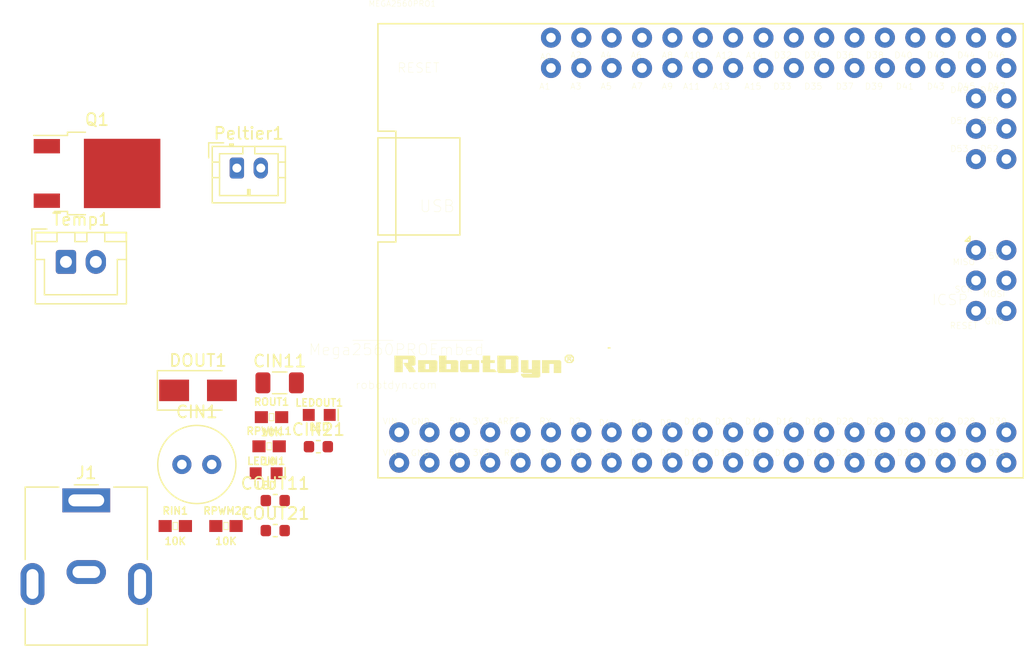
<source format=kicad_pcb>
(kicad_pcb (version 20171130) (host pcbnew "(5.1.5)-3")

  (general
    (thickness 1.6)
    (drawings 0)
    (tracks 0)
    (zones 0)
    (modules 17)
    (nets 9)
  )

  (page A4)
  (layers
    (0 F.Cu signal)
    (31 B.Cu signal)
    (32 B.Adhes user)
    (33 F.Adhes user)
    (34 B.Paste user)
    (35 F.Paste user)
    (36 B.SilkS user)
    (37 F.SilkS user)
    (38 B.Mask user)
    (39 F.Mask user)
    (40 Dwgs.User user)
    (41 Cmts.User user)
    (42 Eco1.User user)
    (43 Eco2.User user)
    (44 Edge.Cuts user)
    (45 Margin user)
    (46 B.CrtYd user)
    (47 F.CrtYd user)
    (48 B.Fab user)
    (49 F.Fab user)
  )

  (setup
    (last_trace_width 0.25)
    (trace_clearance 0.2)
    (zone_clearance 0.508)
    (zone_45_only no)
    (trace_min 0.2)
    (via_size 0.8)
    (via_drill 0.4)
    (via_min_size 0.4)
    (via_min_drill 0.3)
    (uvia_size 0.3)
    (uvia_drill 0.1)
    (uvias_allowed no)
    (uvia_min_size 0.2)
    (uvia_min_drill 0.1)
    (edge_width 0.05)
    (segment_width 0.2)
    (pcb_text_width 0.3)
    (pcb_text_size 1.5 1.5)
    (mod_edge_width 0.12)
    (mod_text_size 1 1)
    (mod_text_width 0.15)
    (pad_size 1.524 1.524)
    (pad_drill 0.762)
    (pad_to_mask_clearance 0.051)
    (solder_mask_min_width 0.25)
    (aux_axis_origin 0 0)
    (visible_elements 7FFFFFFF)
    (pcbplotparams
      (layerselection 0x010fc_ffffffff)
      (usegerberextensions false)
      (usegerberattributes false)
      (usegerberadvancedattributes false)
      (creategerberjobfile false)
      (excludeedgelayer true)
      (linewidth 0.100000)
      (plotframeref false)
      (viasonmask false)
      (mode 1)
      (useauxorigin false)
      (hpglpennumber 1)
      (hpglpenspeed 20)
      (hpglpendiameter 15.000000)
      (psnegative false)
      (psa4output false)
      (plotreference true)
      (plotvalue true)
      (plotinvisibletext false)
      (padsonsilk false)
      (subtractmaskfromsilk false)
      (outputformat 1)
      (mirror false)
      (drillshape 1)
      (scaleselection 1)
      (outputdirectory ""))
  )

  (net 0 "")
  (net 1 GND)
  (net 2 +BATT)
  (net 3 "Net-(COUT11-Pad2)")
  (net 4 +12V)
  (net 5 +5V)
  (net 6 +3V3)
  (net 7 /PWM1)
  (net 8 "Net-(Q1-Pad1)")

  (net_class Default "This is the default net class."
    (clearance 0.2)
    (trace_width 0.25)
    (via_dia 0.8)
    (via_drill 0.4)
    (uvia_dia 0.3)
    (uvia_drill 0.1)
    (add_net +12V)
    (add_net +3V3)
    (add_net +5V)
    (add_net +BATT)
    (add_net /PWM1)
    (add_net GND)
    (add_net "Net-(COUT11-Pad2)")
    (add_net "Net-(Q1-Pad1)")
  )

  (module PeltierArray:MEGA2560PRO-EMBED (layer F.Cu) (tedit 5F7F0788) (tstamp 5F7F644D)
    (at 142.2 83)
    (descr "<H1>Robotdyn</H1>Robotdyn Mega 2560 PRO (Embed)")
    (path /5F7F0D22)
    (fp_text reference MEGA2560PRO1 (at -32.766 -19.3548) (layer F.SilkS)
      (effects (font (size 0.48 0.48) (thickness 0.015)))
    )
    (fp_text value MEGA2560PRO-EMBED (at -29.1084 -18.0848) (layer F.Fab)
      (effects (font (size 0.48 0.48) (thickness 0.015)))
    )
    (fp_line (start 19.2024 20.32) (end 19.2024 -17.6784) (layer F.SilkS) (width 0.127))
    (fp_line (start -34.798 -17.6784) (end 19.2024 -17.6784) (layer F.SilkS) (width 0.127))
    (fp_line (start -34.798 -8.6868) (end -34.798 -17.6784) (layer F.SilkS) (width 0.127))
    (fp_line (start -34.798 -8.6868) (end -33.2994 -8.6868) (layer F.SilkS) (width 0.127))
    (fp_line (start -33.2994 0.5842) (end -33.2994 -8.6868) (layer F.SilkS) (width 0.127))
    (fp_line (start -34.798 0.5842) (end -33.2994 0.5842) (layer F.SilkS) (width 0.127))
    (fp_line (start -34.798 20.32) (end -34.798 0.5842) (layer F.SilkS) (width 0.127))
    (fp_line (start -34.798 20.32) (end 19.2024 20.32) (layer F.SilkS) (width 0.127))
    (fp_text user D29 (at 14.4255 18.2184) (layer F.SilkS)
      (effects (font (size 0.52 0.52) (thickness 0.015)))
    )
    (fp_text user D17 (at -0.848131 18.2184) (layer F.SilkS)
      (effects (font (size 0.52 0.52) (thickness 0.015)))
    )
    (fp_text user 3V3 (at -26.1557 18.2184) (layer F.SilkS)
      (effects (font (size 0.52 0.52) (thickness 0.015)))
    )
    (fp_text user D27 (at 11.9013 18.2184) (layer F.SilkS)
      (effects (font (size 0.52 0.52) (thickness 0.015)))
    )
    (fp_text user D25 (at 9.36287 18.2184) (layer F.SilkS)
      (effects (font (size 0.52 0.52) (thickness 0.015)))
    )
    (fp_text user D21 (at 4.2481 18.2184) (layer F.SilkS)
      (effects (font (size 0.52 0.52) (thickness 0.015)))
    )
    (fp_text user D19 (at 1.78404 18.2184) (layer F.SilkS)
      (effects (font (size 0.52 0.52) (thickness 0.015)))
    )
    (fp_text user D13 (at -5.93334 18.2184) (layer F.SilkS)
      (effects (font (size 0.52 0.52) (thickness 0.015)))
    )
    (fp_text user D11 (at -8.44883 18.2184) (layer F.SilkS)
      (effects (font (size 0.52 0.52) (thickness 0.015)))
    )
    (fp_text user D9 (at -10.6967 18.2184) (layer F.SilkS)
      (effects (font (size 0.52 0.52) (thickness 0.015)))
    )
    (fp_text user D5 (at -15.7541 18.215) (layer F.SilkS)
      (effects (font (size 0.52 0.52) (thickness 0.015)))
    )
    (fp_text user RST (at -23.5621 18.2283) (layer F.SilkS)
      (effects (font (size 0.52 0.52) (thickness 0.015)))
    )
    (fp_text user D3 (at -18.2663 18.2184) (layer F.SilkS)
      (effects (font (size 0.52 0.52) (thickness 0.015)))
    )
    (fp_text user TX (at -20.743 18.215) (layer F.SilkS)
      (effects (font (size 0.52 0.52) (thickness 0.015)))
    )
    (fp_text user 5V (at -28.4067 18.215) (layer F.SilkS)
      (effects (font (size 0.52 0.52) (thickness 0.015)))
    )
    (fp_text user GND (at -31.2588 18.2283) (layer F.SilkS)
      (effects (font (size 0.52 0.52) (thickness 0.015)))
    )
    (fp_text user D31 (at 17.0064 18.2184) (layer F.SilkS)
      (effects (font (size 0.52 0.52) (thickness 0.015)))
    )
    (fp_text user D23 (at 6.82193 18.2184) (layer F.SilkS)
      (effects (font (size 0.52 0.52) (thickness 0.015)))
    )
    (fp_text user D15 (at -3.41094 18.2184) (layer F.SilkS)
      (effects (font (size 0.52 0.52) (thickness 0.015)))
    )
    (fp_text user D7 (at -13.2191 18.215) (layer F.SilkS)
      (effects (font (size 0.52 0.52) (thickness 0.015)))
    )
    (fp_text user VIN (at -33.7838 18.215) (layer F.SilkS)
      (effects (font (size 0.52 0.52) (thickness 0.015)))
    )
    (fp_text user D14 (at -3.32605 15.5882) (layer F.SilkS)
      (effects (font (size 0.52 0.52) (thickness 0.015)))
    )
    (fp_text user D30 (at 17.0587 15.5882) (layer F.SilkS)
      (effects (font (size 0.52 0.52) (thickness 0.015)))
    )
    (fp_text user D24 (at 9.41034 15.5882) (layer F.SilkS)
      (effects (font (size 0.52 0.52) (thickness 0.015)))
    )
    (fp_text user D18 (at 1.67739 15.5882) (layer F.SilkS)
      (effects (font (size 0.52 0.52) (thickness 0.015)))
    )
    (fp_text user D28 (at 14.4322 15.5882) (layer F.SilkS)
      (effects (font (size 0.52 0.52) (thickness 0.015)))
    )
    (fp_text user D26 (at 11.9199 15.5882) (layer F.SilkS)
      (effects (font (size 0.52 0.52) (thickness 0.015)))
    )
    (fp_text user D22 (at 6.80006 15.5882) (layer F.SilkS)
      (effects (font (size 0.52 0.52) (thickness 0.015)))
    )
    (fp_text user D20 (at 4.26502 15.5882) (layer F.SilkS)
      (effects (font (size 0.52 0.52) (thickness 0.015)))
    )
    (fp_text user D16 (at -0.758088 15.5882) (layer F.SilkS)
      (effects (font (size 0.52 0.52) (thickness 0.015)))
    )
    (fp_text user D12 (at -5.85152 15.5882) (layer F.SilkS)
      (effects (font (size 0.52 0.52) (thickness 0.015)))
    )
    (fp_text user D10 (at -8.43539 15.5882) (layer F.SilkS)
      (effects (font (size 0.52 0.52) (thickness 0.015)))
    )
    (fp_text user D8 (at -10.7153 15.7152) (layer F.SilkS)
      (effects (font (size 0.52 0.52) (thickness 0.015)))
    )
    (fp_text user D2 (at -18.314 15.5882) (layer F.SilkS)
      (effects (font (size 0.52 0.52) (thickness 0.015)))
    )
    (fp_text user RX (at -20.7797 15.5848) (layer F.SilkS)
      (effects (font (size 0.52 0.52) (thickness 0.015)))
    )
    (fp_text user AREF (at -23.8628 15.5848) (layer F.SilkS)
      (effects (font (size 0.52 0.52) (thickness 0.015)))
    )
    (fp_text user D6 (at -13.148 15.7152) (layer F.SilkS)
      (effects (font (size 0.52 0.52) (thickness 0.015)))
    )
    (fp_text user D4 (at -15.8268 15.7118) (layer F.SilkS)
      (effects (font (size 0.52 0.52) (thickness 0.015)))
    )
    (fp_text user D52 (at 16.366 -7.21172) (layer F.SilkS)
      (effects (font (size 0.52 0.52) (thickness 0.015)))
    )
    (fp_text user D53 (at 13.846 -7.21172) (layer F.SilkS)
      (effects (font (size 0.52 0.52) (thickness 0.015)))
    )
    (fp_text user D50 (at 16.366 -9.56247) (layer F.SilkS)
      (effects (font (size 0.52 0.52) (thickness 0.015)))
    )
    (fp_text user D48 (at 16.366 -12.1344) (layer F.SilkS)
      (effects (font (size 0.52 0.52) (thickness 0.015)))
    )
    (fp_text user D51 (at 13.846 -9.55695) (layer F.SilkS)
      (effects (font (size 0.52 0.52) (thickness 0.015)))
    )
    (fp_text user D49 (at 13.846 -12.1344) (layer F.SilkS)
      (effects (font (size 0.52 0.52) (thickness 0.015)))
    )
    (fp_text user D46 (at 16.9247 -15.0387) (layer F.SilkS)
      (effects (font (size 0.52 0.52) (thickness 0.015)))
    )
    (fp_text user D32 (at -0.910972 -15.0387) (layer F.SilkS)
      (effects (font (size 0.52 0.52) (thickness 0.015)))
    )
    (fp_text user A10 (at -8.48871 -15.0387) (layer F.SilkS)
      (effects (font (size 0.52 0.52) (thickness 0.015)))
    )
    (fp_text user D47 (at 16.9624 -12.4406) (layer F.SilkS)
      (effects (font (size 0.52 0.52) (thickness 0.015)))
    )
    (fp_text user D33 (at -0.950519 -12.4373) (layer F.SilkS)
      (effects (font (size 0.52 0.52) (thickness 0.015)))
    )
    (fp_text user A11 (at -8.56099 -12.4373) (layer F.SilkS)
      (effects (font (size 0.52 0.52) (thickness 0.015)))
    )
    (fp_text user D42 (at 11.8896 -15.0387) (layer F.SilkS)
      (effects (font (size 0.52 0.52) (thickness 0.015)))
    )
    (fp_text user D40 (at 9.16904 -15.0387) (layer F.SilkS)
      (effects (font (size 0.52 0.52) (thickness 0.015)))
    )
    (fp_text user D38 (at 6.76755 -15.0387) (layer F.SilkS)
      (effects (font (size 0.52 0.52) (thickness 0.015)))
    )
    (fp_text user D36 (at 4.26481 -15.0387) (layer F.SilkS)
      (effects (font (size 0.52 0.52) (thickness 0.015)))
    )
    (fp_text user D34 (at 1.62357 -15.0387) (layer F.SilkS)
      (effects (font (size 0.52 0.52) (thickness 0.015)))
    )
    (fp_text user A14 (at -3.29639 -15.0387) (layer F.SilkS)
      (effects (font (size 0.52 0.52) (thickness 0.015)))
    )
    (fp_text user A12 (at -5.81045 -15.0387) (layer F.SilkS)
      (effects (font (size 0.52 0.52) (thickness 0.015)))
    )
    (fp_text user D43 (at 11.8683 -12.4373) (layer F.SilkS)
      (effects (font (size 0.52 0.52) (thickness 0.015)))
    )
    (fp_text user D41 (at 9.27631 -12.4373) (layer F.SilkS)
      (effects (font (size 0.52 0.52) (thickness 0.015)))
    )
    (fp_text user D39 (at 6.70263 -12.4373) (layer F.SilkS)
      (effects (font (size 0.52 0.52) (thickness 0.015)))
    )
    (fp_text user D37 (at 4.25315 -12.4373) (layer F.SilkS)
      (effects (font (size 0.52 0.52) (thickness 0.015)))
    )
    (fp_text user D35 (at 1.6254 -12.4373) (layer F.SilkS)
      (effects (font (size 0.52 0.52) (thickness 0.015)))
    )
    (fp_text user A15 (at -3.42219 -12.4373) (layer F.SilkS)
      (effects (font (size 0.52 0.52) (thickness 0.015)))
    )
    (fp_text user A13 (at -6.05821 -12.4373) (layer F.SilkS)
      (effects (font (size 0.52 0.52) (thickness 0.015)))
    )
    (fp_text user D44 (at 14.4242 -15.0421) (layer F.SilkS)
      (effects (font (size 0.52 0.52) (thickness 0.015)))
    )
    (fp_text user D45 (at 14.4274 -12.4406) (layer F.SilkS)
      (effects (font (size 0.52 0.52) (thickness 0.015)))
    )
    (fp_text user A9 (at -10.587 -12.4373) (layer F.SilkS)
      (effects (font (size 0.52 0.52) (thickness 0.015)))
    )
    (fp_text user A8 (at -10.5898 -15.0387) (layer F.SilkS)
      (effects (font (size 0.52 0.52) (thickness 0.015)))
    )
    (fp_text user A6 (at -13.183 -15.0387) (layer F.SilkS)
      (effects (font (size 0.52 0.52) (thickness 0.015)))
    )
    (fp_text user A7 (at -13.1104 -12.4406) (layer F.SilkS)
      (effects (font (size 0.52 0.52) (thickness 0.015)))
    )
    (fp_text user A5 (at -15.7058 -12.4406) (layer F.SilkS)
      (effects (font (size 0.52 0.52) (thickness 0.015)))
    )
    (fp_text user A4 (at -15.7028 -15.0421) (layer F.SilkS)
      (effects (font (size 0.52 0.52) (thickness 0.015)))
    )
    (fp_text user A3 (at -18.2393 -12.4373) (layer F.SilkS)
      (effects (font (size 0.52 0.52) (thickness 0.015)))
    )
    (fp_text user A2 (at -18.222 -15.0387) (layer F.SilkS)
      (effects (font (size 0.52 0.52) (thickness 0.015)))
    )
    (fp_text user A1 (at -20.8329 -12.4373) (layer F.SilkS)
      (effects (font (size 0.52 0.52) (thickness 0.015)))
    )
    (fp_text user A0 (at -20.7658 -14.9117) (layer F.SilkS)
      (effects (font (size 0.52 0.52) (thickness 0.015)))
    )
    (fp_text user robotdyn.com (at -33.2579 12.5363) (layer F.SilkS)
      (effects (font (size 0.682419 0.682419) (thickness 0.015)))
    )
    (fp_text user ICSP (at 13.0575 5.42448) (layer F.SilkS)
      (effects (font (size 0.892378 0.892378) (thickness 0.015)))
    )
    (fp_text user RESET (at -31.4028 -13.9752) (layer F.SilkS)
      (effects (font (size 0.787399 0.787399) (thickness 0.015)))
    )
    (fp_text user VIN (at -33.7831 15.5848) (layer F.SilkS)
      (effects (font (size 0.52 0.52) (thickness 0.015)))
    )
    (fp_text user 5V (at -28.3568 15.5848) (layer F.SilkS)
      (effects (font (size 0.52 0.52) (thickness 0.015)))
    )
    (fp_text user GND (at -31.2391 15.5982) (layer F.SilkS)
      (effects (font (size 0.52 0.52) (thickness 0.015)))
    )
    (fp_text user 3V3 (at -26.1831 15.5882) (layer F.SilkS)
      (effects (font (size 0.52 0.52) (thickness 0.015)))
    )
    (fp_text user Mega~2560~PRO~Embed (at -33.2604 9.5934) (layer F.SilkS)
      (effects (font (size 0.944882 0.944882) (thickness 0.015)))
    )
    (fp_text user MISO (at 14.221 2.25872) (layer F.SilkS)
      (effects (font (size 0.52 0.52) (thickness 0.015)))
    )
    (fp_text user SCK (at 14.221 4.54472) (layer F.SilkS)
      (effects (font (size 0.52 0.52) (thickness 0.015)))
    )
    (fp_text user RESET (at 14.221 7.59272) (layer F.SilkS)
      (effects (font (size 0.52 0.52) (thickness 0.015)))
    )
    (fp_text user GND (at 16.761 7.21172) (layer F.SilkS)
      (effects (font (size 0.52 0.52) (thickness 0.015)))
    )
    (fp_text user MOSI (at 16.761 4.92572) (layer F.SilkS)
      (effects (font (size 0.52 0.52) (thickness 0.015)))
    )
    (fp_text user 5V (at 16.761 1.75072) (layer F.SilkS)
      (effects (font (size 0.52 0.52) (thickness 0.015)))
    )
    (fp_line (start 14.605 0.508) (end 14.478 0.508) (layer F.SilkS) (width 0.127))
    (fp_line (start 14.478 0.508) (end 14.351 0.508) (layer F.SilkS) (width 0.127))
    (fp_line (start 14.351 0.508) (end 14.732 0.127) (layer F.SilkS) (width 0.127))
    (fp_line (start 14.732 0.127) (end 14.732 0.508) (layer F.SilkS) (width 0.127))
    (fp_line (start 14.732 0.508) (end 14.478 0.508) (layer F.SilkS) (width 0.127))
    (fp_line (start -15.5194 9.4488) (end -15.3924 9.4488) (layer F.SilkS) (width 0.127))
    (fp_line (start -34.798 -8.128) (end -34.798 0) (layer F.SilkS) (width 0.127))
    (fp_line (start -34.798 0) (end -27.94 0) (layer F.SilkS) (width 0.127))
    (fp_line (start -27.94 0) (end -27.94 -8.128) (layer F.SilkS) (width 0.127))
    (fp_line (start -27.94 -8.128) (end -34.798 -8.128) (layer F.SilkS) (width 0.127))
    (fp_text user USB (at -29.845 -2.413) (layer F.SilkS)
      (effects (font (size 1 1) (thickness 0.015)))
    )
    (fp_poly (pts (xy -22.6695 11.8491) (xy -21.2979 11.8491) (xy -21.2979 11.9253) (xy -22.6695 11.9253)) (layer F.SilkS) (width 0.01))
    (fp_poly (pts (xy -22.7457 11.7729) (xy -21.2217 11.7729) (xy -21.2217 11.8491) (xy -22.7457 11.8491)) (layer F.SilkS) (width 0.01))
    (fp_poly (pts (xy -22.8219 11.6967) (xy -21.2217 11.6967) (xy -21.2217 11.7729) (xy -22.8219 11.7729)) (layer F.SilkS) (width 0.01))
    (fp_poly (pts (xy -22.8219 11.6205) (xy -21.2217 11.6205) (xy -21.2217 11.6967) (xy -22.8219 11.6967)) (layer F.SilkS) (width 0.01))
    (fp_poly (pts (xy -21.9075 11.5443) (xy -21.2217 11.5443) (xy -21.2217 11.6205) (xy -21.9075 11.6205)) (layer F.SilkS) (width 0.01))
    (fp_poly (pts (xy -24.7269 11.4681) (xy -23.2791 11.4681) (xy -23.2791 11.5443) (xy -24.7269 11.5443)) (layer F.SilkS) (width 0.01))
    (fp_poly (pts (xy -22.6695 11.4681) (xy -21.2217 11.4681) (xy -21.2217 11.5443) (xy -22.6695 11.5443)) (layer F.SilkS) (width 0.01))
    (fp_poly (pts (xy -21.0693 11.4681) (xy -20.4597 11.4681) (xy -20.4597 11.5443) (xy -21.0693 11.5443)) (layer F.SilkS) (width 0.01))
    (fp_poly (pts (xy -20.0787 11.4681) (xy -19.4691 11.4681) (xy -19.4691 11.5443) (xy -20.0787 11.5443)) (layer F.SilkS) (width 0.01))
    (fp_poly (pts (xy -33.4137 11.3919) (xy -32.7279 11.3919) (xy -32.7279 11.4681) (xy -33.4137 11.4681)) (layer F.SilkS) (width 0.01))
    (fp_poly (pts (xy -32.1945 11.3919) (xy -31.6611 11.3919) (xy -31.6611 11.4681) (xy -32.1945 11.4681)) (layer F.SilkS) (width 0.01))
    (fp_poly (pts (xy -31.4325 11.3919) (xy -29.9085 11.3919) (xy -29.9085 11.4681) (xy -31.4325 11.4681)) (layer F.SilkS) (width 0.01))
    (fp_poly (pts (xy -29.6799 11.3919) (xy -28.0797 11.3919) (xy -28.0797 11.4681) (xy -29.6799 11.4681)) (layer F.SilkS) (width 0.01))
    (fp_poly (pts (xy -27.8511 11.3919) (xy -26.3271 11.3919) (xy -26.3271 11.4681) (xy -27.8511 11.4681)) (layer F.SilkS) (width 0.01))
    (fp_poly (pts (xy -26.0223 11.3919) (xy -24.8793 11.3919) (xy -24.8793 11.4681) (xy -26.0223 11.4681)) (layer F.SilkS) (width 0.01))
    (fp_poly (pts (xy -24.8031 11.3919) (xy -23.0505 11.3919) (xy -23.0505 11.4681) (xy -24.8031 11.4681)) (layer F.SilkS) (width 0.01))
    (fp_poly (pts (xy -22.8219 11.3919) (xy -21.2217 11.3919) (xy -21.2217 11.4681) (xy -22.8219 11.4681)) (layer F.SilkS) (width 0.01))
    (fp_poly (pts (xy -21.0693 11.3919) (xy -20.4597 11.3919) (xy -20.4597 11.4681) (xy -21.0693 11.4681)) (layer F.SilkS) (width 0.01))
    (fp_poly (pts (xy -20.0787 11.3919) (xy -19.4691 11.3919) (xy -19.4691 11.4681) (xy -20.0787 11.4681)) (layer F.SilkS) (width 0.01))
    (fp_poly (pts (xy -33.4137 11.3157) (xy -32.7279 11.3157) (xy -32.7279 11.3919) (xy -33.4137 11.3919)) (layer F.SilkS) (width 0.01))
    (fp_poly (pts (xy -32.2707 11.3157) (xy -31.6611 11.3157) (xy -31.6611 11.3919) (xy -32.2707 11.3919)) (layer F.SilkS) (width 0.01))
    (fp_poly (pts (xy -31.4325 11.3157) (xy -29.8323 11.3157) (xy -29.8323 11.3919) (xy -31.4325 11.3919)) (layer F.SilkS) (width 0.01))
    (fp_poly (pts (xy -29.6799 11.3157) (xy -28.0797 11.3157) (xy -28.0797 11.3919) (xy -29.6799 11.3919)) (layer F.SilkS) (width 0.01))
    (fp_poly (pts (xy -27.9273 11.3157) (xy -26.3271 11.3157) (xy -26.3271 11.3919) (xy -27.9273 11.3919)) (layer F.SilkS) (width 0.01))
    (fp_poly (pts (xy -26.0223 11.3157) (xy -24.9555 11.3157) (xy -24.9555 11.3919) (xy -26.0223 11.3919)) (layer F.SilkS) (width 0.01))
    (fp_poly (pts (xy -24.8031 11.3157) (xy -23.0505 11.3157) (xy -23.0505 11.3919) (xy -24.8031 11.3919)) (layer F.SilkS) (width 0.01))
    (fp_poly (pts (xy -22.8219 11.3157) (xy -21.2217 11.3157) (xy -21.2217 11.3919) (xy -22.8219 11.3919)) (layer F.SilkS) (width 0.01))
    (fp_poly (pts (xy -21.0693 11.3157) (xy -20.4597 11.3157) (xy -20.4597 11.3919) (xy -21.0693 11.3919)) (layer F.SilkS) (width 0.01))
    (fp_poly (pts (xy -20.0787 11.3157) (xy -19.4691 11.3157) (xy -19.4691 11.3919) (xy -20.0787 11.3919)) (layer F.SilkS) (width 0.01))
    (fp_poly (pts (xy -33.4137 11.2395) (xy -32.7279 11.2395) (xy -32.7279 11.3157) (xy -33.4137 11.3157)) (layer F.SilkS) (width 0.01))
    (fp_poly (pts (xy -32.2707 11.2395) (xy -31.7373 11.2395) (xy -31.7373 11.3157) (xy -32.2707 11.3157)) (layer F.SilkS) (width 0.01))
    (fp_poly (pts (xy -31.4325 11.2395) (xy -29.8323 11.2395) (xy -29.8323 11.3157) (xy -31.4325 11.3157)) (layer F.SilkS) (width 0.01))
    (fp_poly (pts (xy -29.6799 11.2395) (xy -28.0797 11.2395) (xy -28.0797 11.3157) (xy -29.6799 11.3157)) (layer F.SilkS) (width 0.01))
    (fp_poly (pts (xy -27.9273 11.2395) (xy -26.3271 11.2395) (xy -26.3271 11.3157) (xy -27.9273 11.3157)) (layer F.SilkS) (width 0.01))
    (fp_poly (pts (xy -26.0223 11.2395) (xy -25.0317 11.2395) (xy -25.0317 11.3157) (xy -26.0223 11.3157)) (layer F.SilkS) (width 0.01))
    (fp_poly (pts (xy -24.8031 11.2395) (xy -23.0505 11.2395) (xy -23.0505 11.3157) (xy -24.8031 11.3157)) (layer F.SilkS) (width 0.01))
    (fp_poly (pts (xy -22.8219 11.2395) (xy -21.2217 11.2395) (xy -21.2217 11.3157) (xy -22.8219 11.3157)) (layer F.SilkS) (width 0.01))
    (fp_poly (pts (xy -21.0693 11.2395) (xy -20.4597 11.2395) (xy -20.4597 11.3157) (xy -21.0693 11.3157)) (layer F.SilkS) (width 0.01))
    (fp_poly (pts (xy -20.0787 11.2395) (xy -19.4691 11.2395) (xy -19.4691 11.3157) (xy -20.0787 11.3157)) (layer F.SilkS) (width 0.01))
    (fp_poly (pts (xy -33.4137 11.1633) (xy -32.7279 11.1633) (xy -32.7279 11.2395) (xy -33.4137 11.2395)) (layer F.SilkS) (width 0.01))
    (fp_poly (pts (xy -32.3469 11.1633) (xy -31.8135 11.1633) (xy -31.8135 11.2395) (xy -32.3469 11.2395)) (layer F.SilkS) (width 0.01))
    (fp_poly (pts (xy -31.4325 11.1633) (xy -30.8229 11.1633) (xy -30.8229 11.2395) (xy -31.4325 11.2395)) (layer F.SilkS) (width 0.01))
    (fp_poly (pts (xy -30.5181 11.1633) (xy -29.8323 11.1633) (xy -29.8323 11.2395) (xy -30.5181 11.2395)) (layer F.SilkS) (width 0.01))
    (fp_poly (pts (xy -29.6799 11.1633) (xy -29.0703 11.1633) (xy -29.0703 11.2395) (xy -29.6799 11.2395)) (layer F.SilkS) (width 0.01))
    (fp_poly (pts (xy -28.6893 11.1633) (xy -28.0797 11.1633) (xy -28.0797 11.2395) (xy -28.6893 11.2395)) (layer F.SilkS) (width 0.01))
    (fp_poly (pts (xy -27.9273 11.1633) (xy -27.2415 11.1633) (xy -27.2415 11.2395) (xy -27.9273 11.2395)) (layer F.SilkS) (width 0.01))
    (fp_poly (pts (xy -26.9367 11.1633) (xy -26.3271 11.1633) (xy -26.3271 11.2395) (xy -26.9367 11.2395)) (layer F.SilkS) (width 0.01))
    (fp_poly (pts (xy -26.0223 11.1633) (xy -25.4127 11.1633) (xy -25.4127 11.2395) (xy -26.0223 11.2395)) (layer F.SilkS) (width 0.01))
    (fp_poly (pts (xy -24.8031 11.1633) (xy -24.1173 11.1633) (xy -24.1173 11.2395) (xy -24.8031 11.2395)) (layer F.SilkS) (width 0.01))
    (fp_poly (pts (xy -23.6601 11.1633) (xy -23.0505 11.1633) (xy -23.0505 11.2395) (xy -23.6601 11.2395)) (layer F.SilkS) (width 0.01))
    (fp_poly (pts (xy -22.8219 11.1633) (xy -22.2123 11.1633) (xy -22.2123 11.2395) (xy -22.8219 11.2395)) (layer F.SilkS) (width 0.01))
    (fp_poly (pts (xy -21.9075 11.1633) (xy -21.2217 11.1633) (xy -21.2217 11.2395) (xy -21.9075 11.2395)) (layer F.SilkS) (width 0.01))
    (fp_poly (pts (xy -21.0693 11.1633) (xy -20.4597 11.1633) (xy -20.4597 11.2395) (xy -21.0693 11.2395)) (layer F.SilkS) (width 0.01))
    (fp_poly (pts (xy -20.0787 11.1633) (xy -19.4691 11.1633) (xy -19.4691 11.2395) (xy -20.0787 11.2395)) (layer F.SilkS) (width 0.01))
    (fp_poly (pts (xy -33.4137 11.0871) (xy -32.7279 11.0871) (xy -32.7279 11.1633) (xy -33.4137 11.1633)) (layer F.SilkS) (width 0.01))
    (fp_poly (pts (xy -32.4231 11.0871) (xy -31.8135 11.0871) (xy -31.8135 11.1633) (xy -32.4231 11.1633)) (layer F.SilkS) (width 0.01))
    (fp_poly (pts (xy -31.4325 11.0871) (xy -30.8229 11.0871) (xy -30.8229 11.1633) (xy -31.4325 11.1633)) (layer F.SilkS) (width 0.01))
    (fp_poly (pts (xy -30.5181 11.0871) (xy -29.8323 11.0871) (xy -29.8323 11.1633) (xy -30.5181 11.1633)) (layer F.SilkS) (width 0.01))
    (fp_poly (pts (xy -29.6799 11.0871) (xy -29.0703 11.0871) (xy -29.0703 11.1633) (xy -29.6799 11.1633)) (layer F.SilkS) (width 0.01))
    (fp_poly (pts (xy -28.6893 11.0871) (xy -28.0797 11.0871) (xy -28.0797 11.1633) (xy -28.6893 11.1633)) (layer F.SilkS) (width 0.01))
    (fp_poly (pts (xy -27.9273 11.0871) (xy -27.2415 11.0871) (xy -27.2415 11.1633) (xy -27.9273 11.1633)) (layer F.SilkS) (width 0.01))
    (fp_poly (pts (xy -26.9367 11.0871) (xy -26.3271 11.0871) (xy -26.3271 11.1633) (xy -26.9367 11.1633)) (layer F.SilkS) (width 0.01))
    (fp_poly (pts (xy -26.0223 11.0871) (xy -25.4127 11.0871) (xy -25.4127 11.1633) (xy -26.0223 11.1633)) (layer F.SilkS) (width 0.01))
    (fp_poly (pts (xy -24.8031 11.0871) (xy -24.1173 11.0871) (xy -24.1173 11.1633) (xy -24.8031 11.1633)) (layer F.SilkS) (width 0.01))
    (fp_poly (pts (xy -23.6601 11.0871) (xy -23.0505 11.0871) (xy -23.0505 11.1633) (xy -23.6601 11.1633)) (layer F.SilkS) (width 0.01))
    (fp_poly (pts (xy -22.8219 11.0871) (xy -22.2123 11.0871) (xy -22.2123 11.1633) (xy -22.8219 11.1633)) (layer F.SilkS) (width 0.01))
    (fp_poly (pts (xy -21.9075 11.0871) (xy -21.2217 11.0871) (xy -21.2217 11.1633) (xy -21.9075 11.1633)) (layer F.SilkS) (width 0.01))
    (fp_poly (pts (xy -21.0693 11.0871) (xy -20.4597 11.0871) (xy -20.4597 11.1633) (xy -21.0693 11.1633)) (layer F.SilkS) (width 0.01))
    (fp_poly (pts (xy -20.0787 11.0871) (xy -19.4691 11.0871) (xy -19.4691 11.1633) (xy -20.0787 11.1633)) (layer F.SilkS) (width 0.01))
    (fp_poly (pts (xy -33.4137 11.0109) (xy -32.7279 11.0109) (xy -32.7279 11.0871) (xy -33.4137 11.0871)) (layer F.SilkS) (width 0.01))
    (fp_poly (pts (xy -32.4231 11.0109) (xy -31.8897 11.0109) (xy -31.8897 11.0871) (xy -32.4231 11.0871)) (layer F.SilkS) (width 0.01))
    (fp_poly (pts (xy -31.4325 11.0109) (xy -30.8229 11.0109) (xy -30.8229 11.0871) (xy -31.4325 11.0871)) (layer F.SilkS) (width 0.01))
    (fp_poly (pts (xy -30.5181 11.0109) (xy -29.8323 11.0109) (xy -29.8323 11.0871) (xy -30.5181 11.0871)) (layer F.SilkS) (width 0.01))
    (fp_poly (pts (xy -29.6799 11.0109) (xy -29.0703 11.0109) (xy -29.0703 11.0871) (xy -29.6799 11.0871)) (layer F.SilkS) (width 0.01))
    (fp_poly (pts (xy -28.6893 11.0109) (xy -28.0797 11.0109) (xy -28.0797 11.0871) (xy -28.6893 11.0871)) (layer F.SilkS) (width 0.01))
    (fp_poly (pts (xy -27.9273 11.0109) (xy -27.2415 11.0109) (xy -27.2415 11.0871) (xy -27.9273 11.0871)) (layer F.SilkS) (width 0.01))
    (fp_poly (pts (xy -26.9367 11.0109) (xy -26.3271 11.0109) (xy -26.3271 11.0871) (xy -26.9367 11.0871)) (layer F.SilkS) (width 0.01))
    (fp_poly (pts (xy -26.0223 11.0109) (xy -25.4127 11.0109) (xy -25.4127 11.0871) (xy -26.0223 11.0871)) (layer F.SilkS) (width 0.01))
    (fp_poly (pts (xy -24.8031 11.0109) (xy -24.1173 11.0109) (xy -24.1173 11.0871) (xy -24.8031 11.0871)) (layer F.SilkS) (width 0.01))
    (fp_poly (pts (xy -23.6601 11.0109) (xy -23.0505 11.0109) (xy -23.0505 11.0871) (xy -23.6601 11.0871)) (layer F.SilkS) (width 0.01))
    (fp_poly (pts (xy -22.8219 11.0109) (xy -22.2123 11.0109) (xy -22.2123 11.0871) (xy -22.8219 11.0871)) (layer F.SilkS) (width 0.01))
    (fp_poly (pts (xy -21.9075 11.0109) (xy -21.2217 11.0109) (xy -21.2217 11.0871) (xy -21.9075 11.0871)) (layer F.SilkS) (width 0.01))
    (fp_poly (pts (xy -21.0693 11.0109) (xy -20.4597 11.0109) (xy -20.4597 11.0871) (xy -21.0693 11.0871)) (layer F.SilkS) (width 0.01))
    (fp_poly (pts (xy -20.0787 11.0109) (xy -19.4691 11.0109) (xy -19.4691 11.0871) (xy -20.0787 11.0871)) (layer F.SilkS) (width 0.01))
    (fp_poly (pts (xy -33.4137 10.9347) (xy -32.7279 10.9347) (xy -32.7279 11.0109) (xy -33.4137 11.0109)) (layer F.SilkS) (width 0.01))
    (fp_poly (pts (xy -32.4993 10.9347) (xy -31.9659 10.9347) (xy -31.9659 11.0109) (xy -32.4993 11.0109)) (layer F.SilkS) (width 0.01))
    (fp_poly (pts (xy -31.4325 10.9347) (xy -30.8229 10.9347) (xy -30.8229 11.0109) (xy -31.4325 11.0109)) (layer F.SilkS) (width 0.01))
    (fp_poly (pts (xy -30.5181 10.9347) (xy -29.8323 10.9347) (xy -29.8323 11.0109) (xy -30.5181 11.0109)) (layer F.SilkS) (width 0.01))
    (fp_poly (pts (xy -29.6799 10.9347) (xy -29.0703 10.9347) (xy -29.0703 11.0109) (xy -29.6799 11.0109)) (layer F.SilkS) (width 0.01))
    (fp_poly (pts (xy -28.6893 10.9347) (xy -28.0797 10.9347) (xy -28.0797 11.0109) (xy -28.6893 11.0109)) (layer F.SilkS) (width 0.01))
    (fp_poly (pts (xy -27.9273 10.9347) (xy -27.2415 10.9347) (xy -27.2415 11.0109) (xy -27.9273 11.0109)) (layer F.SilkS) (width 0.01))
    (fp_poly (pts (xy -26.9367 10.9347) (xy -26.3271 10.9347) (xy -26.3271 11.0109) (xy -26.9367 11.0109)) (layer F.SilkS) (width 0.01))
    (fp_poly (pts (xy -26.0223 10.9347) (xy -25.4127 10.9347) (xy -25.4127 11.0109) (xy -26.0223 11.0109)) (layer F.SilkS) (width 0.01))
    (fp_poly (pts (xy -24.8031 10.9347) (xy -24.1173 10.9347) (xy -24.1173 11.0109) (xy -24.8031 11.0109)) (layer F.SilkS) (width 0.01))
    (fp_poly (pts (xy -23.6601 10.9347) (xy -23.0505 10.9347) (xy -23.0505 11.0109) (xy -23.6601 11.0109)) (layer F.SilkS) (width 0.01))
    (fp_poly (pts (xy -22.8219 10.9347) (xy -22.2123 10.9347) (xy -22.2123 11.0109) (xy -22.8219 11.0109)) (layer F.SilkS) (width 0.01))
    (fp_poly (pts (xy -21.9075 10.9347) (xy -21.2217 10.9347) (xy -21.2217 11.0109) (xy -21.9075 11.0109)) (layer F.SilkS) (width 0.01))
    (fp_poly (pts (xy -21.0693 10.9347) (xy -20.4597 10.9347) (xy -20.4597 11.0109) (xy -21.0693 11.0109)) (layer F.SilkS) (width 0.01))
    (fp_poly (pts (xy -20.0787 10.9347) (xy -19.4691 10.9347) (xy -19.4691 11.0109) (xy -20.0787 11.0109)) (layer F.SilkS) (width 0.01))
    (fp_poly (pts (xy -33.4137 10.8585) (xy -32.7279 10.8585) (xy -32.7279 10.9347) (xy -33.4137 10.9347)) (layer F.SilkS) (width 0.01))
    (fp_poly (pts (xy -32.5755 10.8585) (xy -31.7373 10.8585) (xy -31.7373 10.9347) (xy -32.5755 10.9347)) (layer F.SilkS) (width 0.01))
    (fp_poly (pts (xy -31.4325 10.8585) (xy -30.8229 10.8585) (xy -30.8229 10.9347) (xy -31.4325 10.9347)) (layer F.SilkS) (width 0.01))
    (fp_poly (pts (xy -30.5181 10.8585) (xy -29.8323 10.8585) (xy -29.8323 10.9347) (xy -30.5181 10.9347)) (layer F.SilkS) (width 0.01))
    (fp_poly (pts (xy -29.6799 10.8585) (xy -29.0703 10.8585) (xy -29.0703 10.9347) (xy -29.6799 10.9347)) (layer F.SilkS) (width 0.01))
    (fp_poly (pts (xy -28.6893 10.8585) (xy -28.0797 10.8585) (xy -28.0797 10.9347) (xy -28.6893 10.9347)) (layer F.SilkS) (width 0.01))
    (fp_poly (pts (xy -27.9273 10.8585) (xy -27.2415 10.8585) (xy -27.2415 10.9347) (xy -27.9273 10.9347)) (layer F.SilkS) (width 0.01))
    (fp_poly (pts (xy -26.9367 10.8585) (xy -26.3271 10.8585) (xy -26.3271 10.9347) (xy -26.9367 10.9347)) (layer F.SilkS) (width 0.01))
    (fp_poly (pts (xy -26.0223 10.8585) (xy -25.4127 10.8585) (xy -25.4127 10.9347) (xy -26.0223 10.9347)) (layer F.SilkS) (width 0.01))
    (fp_poly (pts (xy -24.8031 10.8585) (xy -24.1173 10.8585) (xy -24.1173 10.9347) (xy -24.8031 10.9347)) (layer F.SilkS) (width 0.01))
    (fp_poly (pts (xy -23.6601 10.8585) (xy -23.0505 10.8585) (xy -23.0505 10.9347) (xy -23.6601 10.9347)) (layer F.SilkS) (width 0.01))
    (fp_poly (pts (xy -22.8219 10.8585) (xy -22.2123 10.8585) (xy -22.2123 10.9347) (xy -22.8219 10.9347)) (layer F.SilkS) (width 0.01))
    (fp_poly (pts (xy -21.9075 10.8585) (xy -21.2217 10.8585) (xy -21.2217 10.9347) (xy -21.9075 10.9347)) (layer F.SilkS) (width 0.01))
    (fp_poly (pts (xy -21.0693 10.8585) (xy -20.4597 10.8585) (xy -20.4597 10.9347) (xy -21.0693 10.9347)) (layer F.SilkS) (width 0.01))
    (fp_poly (pts (xy -20.0787 10.8585) (xy -19.4691 10.8585) (xy -19.4691 10.9347) (xy -20.0787 10.9347)) (layer F.SilkS) (width 0.01))
    (fp_poly (pts (xy -33.4137 10.7823) (xy -32.7279 10.7823) (xy -32.7279 10.8585) (xy -33.4137 10.8585)) (layer F.SilkS) (width 0.01))
    (fp_poly (pts (xy -32.5755 10.7823) (xy -31.6611 10.7823) (xy -31.6611 10.8585) (xy -32.5755 10.8585)) (layer F.SilkS) (width 0.01))
    (fp_poly (pts (xy -31.4325 10.7823) (xy -30.8229 10.7823) (xy -30.8229 10.8585) (xy -31.4325 10.8585)) (layer F.SilkS) (width 0.01))
    (fp_poly (pts (xy -30.5181 10.7823) (xy -29.8323 10.7823) (xy -29.8323 10.8585) (xy -30.5181 10.8585)) (layer F.SilkS) (width 0.01))
    (fp_poly (pts (xy -29.6799 10.7823) (xy -29.0703 10.7823) (xy -29.0703 10.8585) (xy -29.6799 10.8585)) (layer F.SilkS) (width 0.01))
    (fp_poly (pts (xy -28.6893 10.7823) (xy -28.0797 10.7823) (xy -28.0797 10.8585) (xy -28.6893 10.8585)) (layer F.SilkS) (width 0.01))
    (fp_poly (pts (xy -27.9273 10.7823) (xy -27.2415 10.7823) (xy -27.2415 10.8585) (xy -27.9273 10.8585)) (layer F.SilkS) (width 0.01))
    (fp_poly (pts (xy -26.9367 10.7823) (xy -26.3271 10.7823) (xy -26.3271 10.8585) (xy -26.9367 10.8585)) (layer F.SilkS) (width 0.01))
    (fp_poly (pts (xy -26.0223 10.7823) (xy -25.4127 10.7823) (xy -25.4127 10.8585) (xy -26.0223 10.8585)) (layer F.SilkS) (width 0.01))
    (fp_poly (pts (xy -24.8031 10.7823) (xy -24.1173 10.7823) (xy -24.1173 10.8585) (xy -24.8031 10.8585)) (layer F.SilkS) (width 0.01))
    (fp_poly (pts (xy -23.6601 10.7823) (xy -23.0505 10.7823) (xy -23.0505 10.8585) (xy -23.6601 10.8585)) (layer F.SilkS) (width 0.01))
    (fp_poly (pts (xy -22.8219 10.7823) (xy -22.2123 10.7823) (xy -22.2123 10.8585) (xy -22.8219 10.8585)) (layer F.SilkS) (width 0.01))
    (fp_poly (pts (xy -21.9075 10.7823) (xy -21.2217 10.7823) (xy -21.2217 10.8585) (xy -21.9075 10.8585)) (layer F.SilkS) (width 0.01))
    (fp_poly (pts (xy -21.0693 10.7823) (xy -20.4597 10.7823) (xy -20.4597 10.8585) (xy -21.0693 10.8585)) (layer F.SilkS) (width 0.01))
    (fp_poly (pts (xy -20.0787 10.7823) (xy -19.4691 10.7823) (xy -19.4691 10.8585) (xy -20.0787 10.8585)) (layer F.SilkS) (width 0.01))
    (fp_poly (pts (xy -33.4137 10.7061) (xy -32.7279 10.7061) (xy -32.7279 10.7823) (xy -33.4137 10.7823)) (layer F.SilkS) (width 0.01))
    (fp_poly (pts (xy -32.6517 10.7061) (xy -31.6611 10.7061) (xy -31.6611 10.7823) (xy -32.6517 10.7823)) (layer F.SilkS) (width 0.01))
    (fp_poly (pts (xy -31.4325 10.7061) (xy -29.8323 10.7061) (xy -29.8323 10.7823) (xy -31.4325 10.7823)) (layer F.SilkS) (width 0.01))
    (fp_poly (pts (xy -29.6799 10.7061) (xy -28.0797 10.7061) (xy -28.0797 10.7823) (xy -29.6799 10.7823)) (layer F.SilkS) (width 0.01))
    (fp_poly (pts (xy -27.9273 10.7061) (xy -26.3271 10.7061) (xy -26.3271 10.7823) (xy -27.9273 10.7823)) (layer F.SilkS) (width 0.01))
    (fp_poly (pts (xy -26.0223 10.7061) (xy -25.4127 10.7061) (xy -25.4127 10.7823) (xy -26.0223 10.7823)) (layer F.SilkS) (width 0.01))
    (fp_poly (pts (xy -24.8031 10.7061) (xy -24.1173 10.7061) (xy -24.1173 10.7823) (xy -24.8031 10.7823)) (layer F.SilkS) (width 0.01))
    (fp_poly (pts (xy -23.6601 10.7061) (xy -23.0505 10.7061) (xy -23.0505 10.7823) (xy -23.6601 10.7823)) (layer F.SilkS) (width 0.01))
    (fp_poly (pts (xy -22.8219 10.7061) (xy -22.2123 10.7061) (xy -22.2123 10.7823) (xy -22.8219 10.7823)) (layer F.SilkS) (width 0.01))
    (fp_poly (pts (xy -21.9075 10.7061) (xy -21.2217 10.7061) (xy -21.2217 10.7823) (xy -21.9075 10.7823)) (layer F.SilkS) (width 0.01))
    (fp_poly (pts (xy -21.0693 10.7061) (xy -19.4691 10.7061) (xy -19.4691 10.7823) (xy -21.0693 10.7823)) (layer F.SilkS) (width 0.01))
    (fp_poly (pts (xy -33.4137 10.6299) (xy -32.7279 10.6299) (xy -32.7279 10.7061) (xy -33.4137 10.7061)) (layer F.SilkS) (width 0.01))
    (fp_poly (pts (xy -32.2707 10.6299) (xy -31.6611 10.6299) (xy -31.6611 10.7061) (xy -32.2707 10.7061)) (layer F.SilkS) (width 0.01))
    (fp_poly (pts (xy -31.4325 10.6299) (xy -29.8323 10.6299) (xy -29.8323 10.7061) (xy -31.4325 10.7061)) (layer F.SilkS) (width 0.01))
    (fp_poly (pts (xy -29.6799 10.6299) (xy -28.0797 10.6299) (xy -28.0797 10.7061) (xy -29.6799 10.7061)) (layer F.SilkS) (width 0.01))
    (fp_poly (pts (xy -27.9273 10.6299) (xy -26.3271 10.6299) (xy -26.3271 10.7061) (xy -27.9273 10.7061)) (layer F.SilkS) (width 0.01))
    (fp_poly (pts (xy -26.1747 10.6299) (xy -25.0317 10.6299) (xy -25.0317 10.7061) (xy -26.1747 10.7061)) (layer F.SilkS) (width 0.01))
    (fp_poly (pts (xy -24.8031 10.6299) (xy -24.1173 10.6299) (xy -24.1173 10.7061) (xy -24.8031 10.7061)) (layer F.SilkS) (width 0.01))
    (fp_poly (pts (xy -23.6601 10.6299) (xy -23.0505 10.6299) (xy -23.0505 10.7061) (xy -23.6601 10.7061)) (layer F.SilkS) (width 0.01))
    (fp_poly (pts (xy -22.8219 10.6299) (xy -22.2123 10.6299) (xy -22.2123 10.7061) (xy -22.8219 10.7061)) (layer F.SilkS) (width 0.01))
    (fp_poly (pts (xy -21.9075 10.6299) (xy -21.2217 10.6299) (xy -21.2217 10.7061) (xy -21.9075 10.7061)) (layer F.SilkS) (width 0.01))
    (fp_poly (pts (xy -21.0693 10.6299) (xy -19.4691 10.6299) (xy -19.4691 10.7061) (xy -21.0693 10.7061)) (layer F.SilkS) (width 0.01))
    (fp_poly (pts (xy -19.0119 10.6299) (xy -18.5547 10.6299) (xy -18.5547 10.7061) (xy -19.0119 10.7061)) (layer F.SilkS) (width 0.01))
    (fp_poly (pts (xy -33.4137 10.5537) (xy -32.7279 10.5537) (xy -32.7279 10.6299) (xy -33.4137 10.6299)) (layer F.SilkS) (width 0.01))
    (fp_poly (pts (xy -32.2707 10.5537) (xy -31.6611 10.5537) (xy -31.6611 10.6299) (xy -32.2707 10.6299)) (layer F.SilkS) (width 0.01))
    (fp_poly (pts (xy -31.4325 10.5537) (xy -29.8323 10.5537) (xy -29.8323 10.6299) (xy -31.4325 10.6299)) (layer F.SilkS) (width 0.01))
    (fp_poly (pts (xy -29.6799 10.5537) (xy -28.0797 10.5537) (xy -28.0797 10.6299) (xy -29.6799 10.6299)) (layer F.SilkS) (width 0.01))
    (fp_poly (pts (xy -27.9273 10.5537) (xy -26.3271 10.5537) (xy -26.3271 10.6299) (xy -27.9273 10.6299)) (layer F.SilkS) (width 0.01))
    (fp_poly (pts (xy -26.1747 10.5537) (xy -25.0317 10.5537) (xy -25.0317 10.6299) (xy -26.1747 10.6299)) (layer F.SilkS) (width 0.01))
    (fp_poly (pts (xy -24.8031 10.5537) (xy -24.1173 10.5537) (xy -24.1173 10.6299) (xy -24.8031 10.6299)) (layer F.SilkS) (width 0.01))
    (fp_poly (pts (xy -23.6601 10.5537) (xy -23.0505 10.5537) (xy -23.0505 10.6299) (xy -23.6601 10.6299)) (layer F.SilkS) (width 0.01))
    (fp_poly (pts (xy -22.8219 10.5537) (xy -22.2123 10.5537) (xy -22.2123 10.6299) (xy -22.8219 10.6299)) (layer F.SilkS) (width 0.01))
    (fp_poly (pts (xy -21.9075 10.5537) (xy -21.2217 10.5537) (xy -21.2217 10.6299) (xy -21.9075 10.6299)) (layer F.SilkS) (width 0.01))
    (fp_poly (pts (xy -21.0693 10.5537) (xy -19.4691 10.5537) (xy -19.4691 10.6299) (xy -21.0693 10.6299)) (layer F.SilkS) (width 0.01))
    (fp_poly (pts (xy -19.0881 10.5537) (xy -18.9357 10.5537) (xy -18.9357 10.6299) (xy -19.0881 10.6299)) (layer F.SilkS) (width 0.01))
    (fp_poly (pts (xy -18.6309 10.5537) (xy -18.4785 10.5537) (xy -18.4785 10.6299) (xy -18.6309 10.6299)) (layer F.SilkS) (width 0.01))
    (fp_poly (pts (xy -33.4137 10.4775) (xy -32.7279 10.4775) (xy -32.7279 10.5537) (xy -33.4137 10.5537)) (layer F.SilkS) (width 0.01))
    (fp_poly (pts (xy -32.2707 10.4775) (xy -31.6611 10.4775) (xy -31.6611 10.5537) (xy -32.2707 10.5537)) (layer F.SilkS) (width 0.01))
    (fp_poly (pts (xy -31.4325 10.4775) (xy -29.9085 10.4775) (xy -29.9085 10.5537) (xy -31.4325 10.5537)) (layer F.SilkS) (width 0.01))
    (fp_poly (pts (xy -29.6799 10.4775) (xy -28.1559 10.4775) (xy -28.1559 10.5537) (xy -29.6799 10.5537)) (layer F.SilkS) (width 0.01))
    (fp_poly (pts (xy -27.8511 10.4775) (xy -26.3271 10.4775) (xy -26.3271 10.5537) (xy -27.8511 10.5537)) (layer F.SilkS) (width 0.01))
    (fp_poly (pts (xy -26.1747 10.4775) (xy -25.0317 10.4775) (xy -25.0317 10.5537) (xy -26.1747 10.5537)) (layer F.SilkS) (width 0.01))
    (fp_poly (pts (xy -24.8031 10.4775) (xy -24.1173 10.4775) (xy -24.1173 10.5537) (xy -24.8031 10.5537)) (layer F.SilkS) (width 0.01))
    (fp_poly (pts (xy -23.6601 10.4775) (xy -23.0505 10.4775) (xy -23.0505 10.5537) (xy -23.6601 10.5537)) (layer F.SilkS) (width 0.01))
    (fp_poly (pts (xy -22.8219 10.4775) (xy -22.2123 10.4775) (xy -22.2123 10.5537) (xy -22.8219 10.5537)) (layer F.SilkS) (width 0.01))
    (fp_poly (pts (xy -21.9075 10.4775) (xy -21.2217 10.4775) (xy -21.2217 10.5537) (xy -21.9075 10.5537)) (layer F.SilkS) (width 0.01))
    (fp_poly (pts (xy -21.0693 10.4775) (xy -19.5453 10.4775) (xy -19.5453 10.5537) (xy -21.0693 10.5537)) (layer F.SilkS) (width 0.01))
    (fp_poly (pts (xy -19.1643 10.4775) (xy -19.0119 10.4775) (xy -19.0119 10.5537) (xy -19.1643 10.5537)) (layer F.SilkS) (width 0.01))
    (fp_poly (pts (xy -18.9357 10.4775) (xy -18.8595 10.4775) (xy -18.8595 10.5537) (xy -18.9357 10.5537)) (layer F.SilkS) (width 0.01))
    (fp_poly (pts (xy -18.7071 10.4775) (xy -18.6309 10.4775) (xy -18.6309 10.5537) (xy -18.7071 10.5537)) (layer F.SilkS) (width 0.01))
    (fp_poly (pts (xy -18.5547 10.4775) (xy -18.4023 10.4775) (xy -18.4023 10.5537) (xy -18.5547 10.5537)) (layer F.SilkS) (width 0.01))
    (fp_poly (pts (xy -33.4137 10.4013) (xy -32.7279 10.4013) (xy -32.7279 10.4775) (xy -33.4137 10.4775)) (layer F.SilkS) (width 0.01))
    (fp_poly (pts (xy -32.2707 10.4013) (xy -31.6611 10.4013) (xy -31.6611 10.4775) (xy -32.2707 10.4775)) (layer F.SilkS) (width 0.01))
    (fp_poly (pts (xy -29.6799 10.4013) (xy -29.0703 10.4013) (xy -29.0703 10.4775) (xy -29.6799 10.4775)) (layer F.SilkS) (width 0.01))
    (fp_poly (pts (xy -26.0223 10.4013) (xy -25.4127 10.4013) (xy -25.4127 10.4775) (xy -26.0223 10.4775)) (layer F.SilkS) (width 0.01))
    (fp_poly (pts (xy -24.8031 10.4013) (xy -24.1173 10.4013) (xy -24.1173 10.4775) (xy -24.8031 10.4775)) (layer F.SilkS) (width 0.01))
    (fp_poly (pts (xy -23.6601 10.4013) (xy -23.0505 10.4013) (xy -23.0505 10.4775) (xy -23.6601 10.4775)) (layer F.SilkS) (width 0.01))
    (fp_poly (pts (xy -19.1643 10.4013) (xy -19.0881 10.4013) (xy -19.0881 10.4775) (xy -19.1643 10.4775)) (layer F.SilkS) (width 0.01))
    (fp_poly (pts (xy -18.9357 10.4013) (xy -18.8595 10.4013) (xy -18.8595 10.4775) (xy -18.9357 10.4775)) (layer F.SilkS) (width 0.01))
    (fp_poly (pts (xy -18.7833 10.4013) (xy -18.6309 10.4013) (xy -18.6309 10.4775) (xy -18.7833 10.4775)) (layer F.SilkS) (width 0.01))
    (fp_poly (pts (xy -18.5547 10.4013) (xy -18.4023 10.4013) (xy -18.4023 10.4775) (xy -18.5547 10.4775)) (layer F.SilkS) (width 0.01))
    (fp_poly (pts (xy -33.4137 10.3251) (xy -31.6611 10.3251) (xy -31.6611 10.4013) (xy -33.4137 10.4013)) (layer F.SilkS) (width 0.01))
    (fp_poly (pts (xy -29.6799 10.3251) (xy -29.0703 10.3251) (xy -29.0703 10.4013) (xy -29.6799 10.4013)) (layer F.SilkS) (width 0.01))
    (fp_poly (pts (xy -26.0223 10.3251) (xy -25.4127 10.3251) (xy -25.4127 10.4013) (xy -26.0223 10.4013)) (layer F.SilkS) (width 0.01))
    (fp_poly (pts (xy -24.8031 10.3251) (xy -23.0505 10.3251) (xy -23.0505 10.4013) (xy -24.8031 10.4013)) (layer F.SilkS) (width 0.01))
    (fp_poly (pts (xy -19.1643 10.3251) (xy -19.0881 10.3251) (xy -19.0881 10.4013) (xy -19.1643 10.4013)) (layer F.SilkS) (width 0.01))
    (fp_poly (pts (xy -18.9357 10.3251) (xy -18.7071 10.3251) (xy -18.7071 10.4013) (xy -18.9357 10.4013)) (layer F.SilkS) (width 0.01))
    (fp_poly (pts (xy -18.4785 10.3251) (xy -18.4023 10.3251) (xy -18.4023 10.4013) (xy -18.4785 10.4013)) (layer F.SilkS) (width 0.01))
    (fp_poly (pts (xy -33.4137 10.2489) (xy -31.6611 10.2489) (xy -31.6611 10.3251) (xy -33.4137 10.3251)) (layer F.SilkS) (width 0.01))
    (fp_poly (pts (xy -29.6799 10.2489) (xy -29.0703 10.2489) (xy -29.0703 10.3251) (xy -29.6799 10.3251)) (layer F.SilkS) (width 0.01))
    (fp_poly (pts (xy -26.0223 10.2489) (xy -25.4127 10.2489) (xy -25.4127 10.3251) (xy -26.0223 10.3251)) (layer F.SilkS) (width 0.01))
    (fp_poly (pts (xy -24.8031 10.2489) (xy -23.0505 10.2489) (xy -23.0505 10.3251) (xy -24.8031 10.3251)) (layer F.SilkS) (width 0.01))
    (fp_poly (pts (xy -19.1643 10.2489) (xy -19.0881 10.2489) (xy -19.0881 10.3251) (xy -19.1643 10.3251)) (layer F.SilkS) (width 0.01))
    (fp_poly (pts (xy -18.9357 10.2489) (xy -18.8595 10.2489) (xy -18.8595 10.3251) (xy -18.9357 10.3251)) (layer F.SilkS) (width 0.01))
    (fp_poly (pts (xy -18.7071 10.2489) (xy -18.6309 10.2489) (xy -18.6309 10.3251) (xy -18.7071 10.3251)) (layer F.SilkS) (width 0.01))
    (fp_poly (pts (xy -18.4785 10.2489) (xy -18.4023 10.2489) (xy -18.4023 10.3251) (xy -18.4785 10.3251)) (layer F.SilkS) (width 0.01))
    (fp_poly (pts (xy -33.4137 10.1727) (xy -31.6611 10.1727) (xy -31.6611 10.2489) (xy -33.4137 10.2489)) (layer F.SilkS) (width 0.01))
    (fp_poly (pts (xy -29.6799 10.1727) (xy -29.0703 10.1727) (xy -29.0703 10.2489) (xy -29.6799 10.2489)) (layer F.SilkS) (width 0.01))
    (fp_poly (pts (xy -26.0223 10.1727) (xy -25.4127 10.1727) (xy -25.4127 10.2489) (xy -26.0223 10.2489)) (layer F.SilkS) (width 0.01))
    (fp_poly (pts (xy -24.8031 10.1727) (xy -23.0505 10.1727) (xy -23.0505 10.2489) (xy -24.8031 10.2489)) (layer F.SilkS) (width 0.01))
    (fp_poly (pts (xy -19.1643 10.1727) (xy -19.0119 10.1727) (xy -19.0119 10.2489) (xy -19.1643 10.2489)) (layer F.SilkS) (width 0.01))
    (fp_poly (pts (xy -18.9357 10.1727) (xy -18.6309 10.1727) (xy -18.6309 10.2489) (xy -18.9357 10.2489)) (layer F.SilkS) (width 0.01))
    (fp_poly (pts (xy -18.5547 10.1727) (xy -18.4023 10.1727) (xy -18.4023 10.2489) (xy -18.5547 10.2489)) (layer F.SilkS) (width 0.01))
    (fp_poly (pts (xy -33.4137 10.0965) (xy -31.7373 10.0965) (xy -31.7373 10.1727) (xy -33.4137 10.1727)) (layer F.SilkS) (width 0.01))
    (fp_poly (pts (xy -29.6799 10.0965) (xy -29.0703 10.0965) (xy -29.0703 10.1727) (xy -29.6799 10.1727)) (layer F.SilkS) (width 0.01))
    (fp_poly (pts (xy -26.0223 10.0965) (xy -25.4127 10.0965) (xy -25.4127 10.1727) (xy -26.0223 10.1727)) (layer F.SilkS) (width 0.01))
    (fp_poly (pts (xy -24.8031 10.0965) (xy -23.1267 10.0965) (xy -23.1267 10.1727) (xy -24.8031 10.1727)) (layer F.SilkS) (width 0.01))
    (fp_poly (pts (xy -19.0881 10.0965) (xy -18.9357 10.0965) (xy -18.9357 10.1727) (xy -19.0881 10.1727)) (layer F.SilkS) (width 0.01))
    (fp_poly (pts (xy -18.6309 10.0965) (xy -18.4785 10.0965) (xy -18.4785 10.1727) (xy -18.6309 10.1727)) (layer F.SilkS) (width 0.01))
    (fp_poly (pts (xy -19.0119 10.0203) (xy -18.5547 10.0203) (xy -18.5547 10.0965) (xy -19.0119 10.0965)) (layer F.SilkS) (width 0.01))
    (pad VIN@2 thru_hole circle (at -33.02 16.51) (size 1.6764 1.6764) (drill 0.8) (layers *.Cu *.Mask)
      (net 4 +12V))
    (pad VIN@1 thru_hole circle (at -33.02 19.05) (size 1.6764 1.6764) (drill 0.8) (layers *.Cu *.Mask)
      (net 4 +12V))
    (pad GND@2 thru_hole circle (at -30.48 16.51) (size 1.6764 1.6764) (drill 0.8) (layers *.Cu *.Mask)
      (net 1 GND))
    (pad GND@1 thru_hole circle (at -30.48 19.05) (size 1.6764 1.6764) (drill 0.8) (layers *.Cu *.Mask)
      (net 1 GND))
    (pad 5V@1 thru_hole circle (at -27.94 19.05) (size 1.6764 1.6764) (drill 0.8) (layers *.Cu *.Mask)
      (net 5 +5V))
    (pad 5V@2 thru_hole circle (at -27.94 16.51) (size 1.6764 1.6764) (drill 0.8) (layers *.Cu *.Mask)
      (net 5 +5V))
    (pad 3V3@2 thru_hole circle (at -25.4 16.51) (size 1.6764 1.6764) (drill 0.8) (layers *.Cu *.Mask)
      (net 6 +3V3))
    (pad 3V3@1 thru_hole circle (at -25.4 19.05) (size 1.6764 1.6764) (drill 0.8) (layers *.Cu *.Mask)
      (net 6 +3V3))
    (pad RST thru_hole circle (at -22.86 19.05) (size 1.6764 1.6764) (drill 0.8) (layers *.Cu *.Mask))
    (pad AREF thru_hole circle (at -22.86 16.51) (size 1.6764 1.6764) (drill 0.8) (layers *.Cu *.Mask))
    (pad RX thru_hole circle (at -20.32 16.51) (size 1.6764 1.6764) (drill 0.8) (layers *.Cu *.Mask))
    (pad TX thru_hole circle (at -20.32 19.05) (size 1.6764 1.6764) (drill 0.8) (layers *.Cu *.Mask))
    (pad D3 thru_hole circle (at -17.78 19.05) (size 1.6764 1.6764) (drill 0.8) (layers *.Cu *.Mask))
    (pad D5 thru_hole circle (at -15.24 19.05) (size 1.6764 1.6764) (drill 0.8) (layers *.Cu *.Mask))
    (pad D7 thru_hole circle (at -12.7 19.05) (size 1.6764 1.6764) (drill 0.8) (layers *.Cu *.Mask))
    (pad D9 thru_hole circle (at -10.16 19.05) (size 1.6764 1.6764) (drill 0.8) (layers *.Cu *.Mask))
    (pad D11 thru_hole circle (at -7.62 19.05) (size 1.6764 1.6764) (drill 0.8) (layers *.Cu *.Mask))
    (pad D13 thru_hole circle (at -5.08 19.05) (size 1.6764 1.6764) (drill 0.8) (layers *.Cu *.Mask))
    (pad D15 thru_hole circle (at -2.54 19.05) (size 1.6764 1.6764) (drill 0.8) (layers *.Cu *.Mask))
    (pad D17 thru_hole circle (at 0 19.05) (size 1.6764 1.6764) (drill 0.8) (layers *.Cu *.Mask))
    (pad D19 thru_hole circle (at 2.54 19.05) (size 1.6764 1.6764) (drill 0.8) (layers *.Cu *.Mask))
    (pad D21 thru_hole circle (at 5.08 19.05) (size 1.6764 1.6764) (drill 0.8) (layers *.Cu *.Mask))
    (pad D2 thru_hole circle (at -17.78 16.51) (size 1.6764 1.6764) (drill 0.8) (layers *.Cu *.Mask)
      (net 7 /PWM1))
    (pad D4 thru_hole circle (at -15.24 16.51) (size 1.6764 1.6764) (drill 0.8) (layers *.Cu *.Mask))
    (pad D6 thru_hole circle (at -12.7 16.51) (size 1.6764 1.6764) (drill 0.8) (layers *.Cu *.Mask))
    (pad D8 thru_hole circle (at -10.16 16.51) (size 1.6764 1.6764) (drill 0.8) (layers *.Cu *.Mask))
    (pad D10 thru_hole circle (at -7.62 16.51) (size 1.6764 1.6764) (drill 0.8) (layers *.Cu *.Mask))
    (pad D12 thru_hole circle (at -5.08 16.51) (size 1.6764 1.6764) (drill 0.8) (layers *.Cu *.Mask))
    (pad D14 thru_hole circle (at -2.54 16.51) (size 1.6764 1.6764) (drill 0.8) (layers *.Cu *.Mask))
    (pad D16 thru_hole circle (at 0 16.51) (size 1.6764 1.6764) (drill 0.8) (layers *.Cu *.Mask))
    (pad D18 thru_hole circle (at 2.54 16.51) (size 1.6764 1.6764) (drill 0.8) (layers *.Cu *.Mask))
    (pad D20 thru_hole circle (at 5.08 16.51) (size 1.6764 1.6764) (drill 0.8) (layers *.Cu *.Mask))
    (pad D23 thru_hole circle (at 7.62 19.05) (size 1.6764 1.6764) (drill 0.8) (layers *.Cu *.Mask))
    (pad D25 thru_hole circle (at 10.16 19.05) (size 1.6764 1.6764) (drill 0.8) (layers *.Cu *.Mask))
    (pad D27 thru_hole circle (at 12.7 19.05) (size 1.6764 1.6764) (drill 0.8) (layers *.Cu *.Mask))
    (pad D29 thru_hole circle (at 15.24 19.05) (size 1.6764 1.6764) (drill 0.8) (layers *.Cu *.Mask))
    (pad D31 thru_hole circle (at 17.78 19.05) (size 1.6764 1.6764) (drill 0.8) (layers *.Cu *.Mask))
    (pad D30 thru_hole circle (at 17.78 16.51) (size 1.6764 1.6764) (drill 0.8) (layers *.Cu *.Mask))
    (pad D28 thru_hole circle (at 15.24 16.51) (size 1.6764 1.6764) (drill 0.8) (layers *.Cu *.Mask))
    (pad D26 thru_hole circle (at 12.7 16.51) (size 1.6764 1.6764) (drill 0.8) (layers *.Cu *.Mask))
    (pad D24 thru_hole circle (at 10.16 16.51) (size 1.6764 1.6764) (drill 0.8) (layers *.Cu *.Mask))
    (pad D22 thru_hole circle (at 7.62 16.51) (size 1.6764 1.6764) (drill 0.8) (layers *.Cu *.Mask))
    (pad A1 thru_hole circle (at -20.32 -13.97) (size 1.6764 1.6764) (drill 0.8) (layers *.Cu *.Mask))
    (pad A0 thru_hole circle (at -20.32 -16.51) (size 1.6764 1.6764) (drill 0.8) (layers *.Cu *.Mask))
    (pad A2 thru_hole circle (at -17.78 -16.51) (size 1.6764 1.6764) (drill 0.8) (layers *.Cu *.Mask))
    (pad A3 thru_hole circle (at -17.78 -13.97) (size 1.6764 1.6764) (drill 0.8) (layers *.Cu *.Mask))
    (pad A5 thru_hole circle (at -15.24 -13.97) (size 1.6764 1.6764) (drill 0.8) (layers *.Cu *.Mask))
    (pad A4 thru_hole circle (at -15.24 -16.51) (size 1.6764 1.6764) (drill 0.8) (layers *.Cu *.Mask))
    (pad A6 thru_hole circle (at -12.7 -16.51) (size 1.6764 1.6764) (drill 0.8) (layers *.Cu *.Mask))
    (pad A7 thru_hole circle (at -12.7 -13.97) (size 1.6764 1.6764) (drill 0.8) (layers *.Cu *.Mask))
    (pad A8 thru_hole circle (at -10.16 -16.51) (size 1.6764 1.6764) (drill 0.8) (layers *.Cu *.Mask))
    (pad A9 thru_hole circle (at -10.16 -13.97) (size 1.6764 1.6764) (drill 0.8) (layers *.Cu *.Mask))
    (pad A10 thru_hole circle (at -7.62 -16.51) (size 1.6764 1.6764) (drill 0.8) (layers *.Cu *.Mask))
    (pad A11 thru_hole circle (at -7.62 -13.97) (size 1.6764 1.6764) (drill 0.8) (layers *.Cu *.Mask))
    (pad A12 thru_hole circle (at -5.08 -16.51) (size 1.6764 1.6764) (drill 0.8) (layers *.Cu *.Mask))
    (pad A13 thru_hole circle (at -5.08 -13.97) (size 1.6764 1.6764) (drill 0.8) (layers *.Cu *.Mask))
    (pad A14 thru_hole circle (at -2.54 -16.51) (size 1.6764 1.6764) (drill 0.8) (layers *.Cu *.Mask))
    (pad A15 thru_hole circle (at -2.54 -13.97) (size 1.6764 1.6764) (drill 0.8) (layers *.Cu *.Mask))
    (pad D32 thru_hole circle (at 0 -16.51) (size 1.6764 1.6764) (drill 0.8) (layers *.Cu *.Mask))
    (pad D33 thru_hole circle (at 0 -13.97) (size 1.6764 1.6764) (drill 0.8) (layers *.Cu *.Mask))
    (pad D34 thru_hole circle (at 2.54 -16.51) (size 1.6764 1.6764) (drill 0.8) (layers *.Cu *.Mask))
    (pad D35 thru_hole circle (at 2.54 -13.97) (size 1.6764 1.6764) (drill 0.8) (layers *.Cu *.Mask))
    (pad D36 thru_hole circle (at 5.08 -16.51) (size 1.6764 1.6764) (drill 0.8) (layers *.Cu *.Mask))
    (pad D37 thru_hole circle (at 5.08 -13.97) (size 1.6764 1.6764) (drill 0.8) (layers *.Cu *.Mask))
    (pad D38 thru_hole circle (at 7.62 -16.51) (size 1.6764 1.6764) (drill 0.8) (layers *.Cu *.Mask))
    (pad D39 thru_hole circle (at 7.62 -13.97) (size 1.6764 1.6764) (drill 0.8) (layers *.Cu *.Mask))
    (pad D40 thru_hole circle (at 10.16 -16.51) (size 1.6764 1.6764) (drill 0.8) (layers *.Cu *.Mask))
    (pad D41 thru_hole circle (at 10.16 -13.97) (size 1.6764 1.6764) (drill 0.8) (layers *.Cu *.Mask))
    (pad D42 thru_hole circle (at 12.7 -16.51) (size 1.6764 1.6764) (drill 0.8) (layers *.Cu *.Mask))
    (pad D43 thru_hole circle (at 12.7 -13.97) (size 1.6764 1.6764) (drill 0.8) (layers *.Cu *.Mask))
    (pad D44 thru_hole circle (at 15.24 -16.51) (size 1.6764 1.6764) (drill 0.8) (layers *.Cu *.Mask))
    (pad D45 thru_hole circle (at 15.24 -13.97) (size 1.6764 1.6764) (drill 0.8) (layers *.Cu *.Mask))
    (pad D46 thru_hole circle (at 17.78 -16.51) (size 1.6764 1.6764) (drill 0.8) (layers *.Cu *.Mask))
    (pad D47 thru_hole circle (at 17.78 -13.97) (size 1.6764 1.6764) (drill 0.8) (layers *.Cu *.Mask))
    (pad D48 thru_hole circle (at 17.78 -11.43) (size 1.6764 1.6764) (drill 0.8) (layers *.Cu *.Mask))
    (pad D49 thru_hole circle (at 15.24 -11.43) (size 1.6764 1.6764) (drill 0.8) (layers *.Cu *.Mask))
    (pad D51 thru_hole circle (at 15.24 -8.89) (size 1.6764 1.6764) (drill 0.8) (layers *.Cu *.Mask))
    (pad D50 thru_hole circle (at 17.78 -8.89) (size 1.6764 1.6764) (drill 0.8) (layers *.Cu *.Mask))
    (pad D52 thru_hole circle (at 17.78 -6.35) (size 1.6764 1.6764) (drill 0.8) (layers *.Cu *.Mask))
    (pad D53 thru_hole circle (at 15.24 -6.35) (size 1.6764 1.6764) (drill 0.8) (layers *.Cu *.Mask))
    (pad RESET thru_hole circle (at 15.24 6.35) (size 1.6764 1.6764) (drill 0.8) (layers *.Cu *.Mask))
    (pad GND@3 thru_hole circle (at 17.78 6.35) (size 1.6764 1.6764) (drill 0.8) (layers *.Cu *.Mask)
      (net 1 GND))
    (pad SCK thru_hole circle (at 15.24 3.81) (size 1.6764 1.6764) (drill 0.8) (layers *.Cu *.Mask))
    (pad MISO thru_hole circle (at 15.24 1.27) (size 1.6764 1.6764) (drill 0.8) (layers *.Cu *.Mask))
    (pad 5V@3 thru_hole circle (at 17.78 1.27) (size 1.6764 1.6764) (drill 0.8) (layers *.Cu *.Mask)
      (net 5 +5V))
    (pad MOSI thru_hole circle (at 17.78 3.81) (size 1.6764 1.6764) (drill 0.8) (layers *.Cu *.Mask))
    (model "${KISYS3DMOD}/PeltierArray.3dshapes/MEGA 2560 PRO (EMBED).step"
      (offset (xyz -7.75 -1.25 0))
      (scale (xyz 1 1 1))
      (rotate (xyz 0 0 -90))
    )
  )

  (module Connector_BarrelJack:BarrelJack_CUI_PJ-063AH_Horizontal (layer F.Cu) (tedit 5B0886BD) (tstamp 5F80524C)
    (at 83 105.2)
    (descr "Barrel Jack, 2.0mm ID, 5.5mm OD, 24V, 8A, no switch, https://www.cui.com/product/resource/pj-063ah.pdf")
    (tags "barrel jack cui dc power")
    (path /5F80BD71)
    (fp_text reference J1 (at 0 -2.3) (layer F.SilkS)
      (effects (font (size 1 1) (thickness 0.15)))
    )
    (fp_text value Barrel_Jack (at 0 13) (layer F.Fab)
      (effects (font (size 1 1) (thickness 0.15)))
    )
    (fp_text user %R (at 0 5.5) (layer F.Fab)
      (effects (font (size 1 1) (thickness 0.15)))
    )
    (fp_line (start 6 -1.5) (end -6 -1.5) (layer F.CrtYd) (width 0.05))
    (fp_line (start 6 12.5) (end 6 -1.5) (layer F.CrtYd) (width 0.05))
    (fp_line (start -6 12.5) (end 6 12.5) (layer F.CrtYd) (width 0.05))
    (fp_line (start -6 -1.5) (end -6 12.5) (layer F.CrtYd) (width 0.05))
    (fp_line (start -1 -1.3) (end 1 -1.3) (layer F.SilkS) (width 0.12))
    (fp_line (start -5.11 12.11) (end -5.11 9.05) (layer F.SilkS) (width 0.12))
    (fp_line (start 5.11 12.11) (end -5.11 12.11) (layer F.SilkS) (width 0.12))
    (fp_line (start 5.11 9.05) (end 5.11 12.11) (layer F.SilkS) (width 0.12))
    (fp_line (start 5.11 -1.11) (end 5.11 4.95) (layer F.SilkS) (width 0.12))
    (fp_line (start 2.3 -1.11) (end 5.11 -1.11) (layer F.SilkS) (width 0.12))
    (fp_line (start -5.11 -1.11) (end -2.3 -1.11) (layer F.SilkS) (width 0.12))
    (fp_line (start -5.11 4.95) (end -5.11 -1.11) (layer F.SilkS) (width 0.12))
    (fp_line (start -5 12) (end -5 -1) (layer F.Fab) (width 0.1))
    (fp_line (start 5 12) (end -5 12) (layer F.Fab) (width 0.1))
    (fp_line (start 5 -1) (end 5 12) (layer F.Fab) (width 0.1))
    (fp_line (start 1 -1) (end 5 -1) (layer F.Fab) (width 0.1))
    (fp_line (start 0 0) (end 1 -1) (layer F.Fab) (width 0.1))
    (fp_line (start -1 -1) (end 0 0) (layer F.Fab) (width 0.1))
    (fp_line (start -5 -1) (end -1 -1) (layer F.Fab) (width 0.1))
    (pad "" np_thru_hole circle (at 0 9) (size 1.6 1.6) (drill 1.6) (layers *.Cu *.Mask))
    (pad MP thru_hole oval (at 4.5 7) (size 2 3.5) (drill oval 1 2.5) (layers *.Cu *.Mask)
      (net 1 GND))
    (pad MP thru_hole oval (at -4.5 7) (size 2 3.5) (drill oval 1 2.5) (layers *.Cu *.Mask)
      (net 1 GND))
    (pad 2 thru_hole oval (at 0 6) (size 3.3 2) (drill oval 2.3 1) (layers *.Cu *.Mask)
      (net 1 GND))
    (pad 1 thru_hole rect (at 0 0) (size 4 2) (drill oval 3 1) (layers *.Cu *.Mask)
      (net 2 +BATT))
    (model ${KISYS3DMOD}/Connector_BarrelJack.3dshapes/BarrelJack_CUI_PJ-063AH_Horizontal.wrl
      (at (xyz 0 0 0))
      (scale (xyz 1 1 1))
      (rotate (xyz 0 0 0))
    )
  )

  (module Resistors:0603 (layer F.Cu) (tedit 200000) (tstamp 5F8054D2)
    (at 94.68806 107.3489)
    (descr "GENERIC 1608 (0603) PACKAGE")
    (tags "GENERIC 1608 (0603) PACKAGE")
    (path /5F826B1B)
    (attr smd)
    (fp_text reference RPWM21 (at 0 -1.27) (layer F.SilkS)
      (effects (font (size 0.6096 0.6096) (thickness 0.127)))
    )
    (fp_text value 10K (at 0 1.27) (layer F.SilkS)
      (effects (font (size 0.6096 0.6096) (thickness 0.127)))
    )
    (fp_line (start -0.3556 0.41656) (end 0.3556 0.41656) (layer Dwgs.User) (width 0.1016))
    (fp_line (start -0.3556 -0.4318) (end 0.3556 -0.4318) (layer Dwgs.User) (width 0.1016))
    (fp_line (start -1.59766 0.6985) (end -1.59766 -0.6985) (layer F.CrtYd) (width 0.0508))
    (fp_line (start 1.59766 0.6985) (end -1.59766 0.6985) (layer F.CrtYd) (width 0.0508))
    (fp_line (start 1.59766 -0.6985) (end 1.59766 0.6985) (layer F.CrtYd) (width 0.0508))
    (fp_line (start -1.59766 -0.6985) (end 1.59766 -0.6985) (layer F.CrtYd) (width 0.0508))
    (fp_line (start -0.19812 0.29972) (end -0.19812 -0.29972) (layer F.SilkS) (width 0.06604))
    (fp_line (start -0.19812 -0.29972) (end 0.19812 -0.29972) (layer F.SilkS) (width 0.06604))
    (fp_line (start 0.19812 0.29972) (end 0.19812 -0.29972) (layer F.SilkS) (width 0.06604))
    (fp_line (start -0.19812 0.29972) (end 0.19812 0.29972) (layer F.SilkS) (width 0.06604))
    (fp_line (start 0.3302 0.4699) (end 0.3302 -0.48006) (layer Dwgs.User) (width 0.06604))
    (fp_line (start 0.3302 -0.48006) (end 0.82804 -0.48006) (layer Dwgs.User) (width 0.06604))
    (fp_line (start 0.82804 0.4699) (end 0.82804 -0.48006) (layer Dwgs.User) (width 0.06604))
    (fp_line (start 0.3302 0.4699) (end 0.82804 0.4699) (layer Dwgs.User) (width 0.06604))
    (fp_line (start -0.8382 0.4699) (end -0.8382 -0.48006) (layer Dwgs.User) (width 0.06604))
    (fp_line (start -0.8382 -0.48006) (end -0.33782 -0.48006) (layer Dwgs.User) (width 0.06604))
    (fp_line (start -0.33782 0.4699) (end -0.33782 -0.48006) (layer Dwgs.User) (width 0.06604))
    (fp_line (start -0.8382 0.4699) (end -0.33782 0.4699) (layer Dwgs.User) (width 0.06604))
    (pad 2 smd rect (at 0.84836 0) (size 1.09982 0.99822) (layers F.Cu F.Paste F.Mask)
      (net 7 /PWM1) (solder_mask_margin 0.1016))
    (pad 1 smd rect (at -0.84836 0) (size 1.09982 0.99822) (layers F.Cu F.Paste F.Mask)
      (net 1 GND) (solder_mask_margin 0.1016))
  )

  (module Resistors:0603 (layer F.Cu) (tedit 200000) (tstamp 5F8054BA)
    (at 98.29806 100.6789)
    (descr "GENERIC 1608 (0603) PACKAGE")
    (tags "GENERIC 1608 (0603) PACKAGE")
    (path /5F8251F4)
    (attr smd)
    (fp_text reference RPWM11 (at 0 -1.27) (layer F.SilkS)
      (effects (font (size 0.6096 0.6096) (thickness 0.127)))
    )
    (fp_text value 10 (at 0 1.27) (layer F.SilkS)
      (effects (font (size 0.6096 0.6096) (thickness 0.127)))
    )
    (fp_line (start -0.3556 0.41656) (end 0.3556 0.41656) (layer Dwgs.User) (width 0.1016))
    (fp_line (start -0.3556 -0.4318) (end 0.3556 -0.4318) (layer Dwgs.User) (width 0.1016))
    (fp_line (start -1.59766 0.6985) (end -1.59766 -0.6985) (layer F.CrtYd) (width 0.0508))
    (fp_line (start 1.59766 0.6985) (end -1.59766 0.6985) (layer F.CrtYd) (width 0.0508))
    (fp_line (start 1.59766 -0.6985) (end 1.59766 0.6985) (layer F.CrtYd) (width 0.0508))
    (fp_line (start -1.59766 -0.6985) (end 1.59766 -0.6985) (layer F.CrtYd) (width 0.0508))
    (fp_line (start -0.19812 0.29972) (end -0.19812 -0.29972) (layer F.SilkS) (width 0.06604))
    (fp_line (start -0.19812 -0.29972) (end 0.19812 -0.29972) (layer F.SilkS) (width 0.06604))
    (fp_line (start 0.19812 0.29972) (end 0.19812 -0.29972) (layer F.SilkS) (width 0.06604))
    (fp_line (start -0.19812 0.29972) (end 0.19812 0.29972) (layer F.SilkS) (width 0.06604))
    (fp_line (start 0.3302 0.4699) (end 0.3302 -0.48006) (layer Dwgs.User) (width 0.06604))
    (fp_line (start 0.3302 -0.48006) (end 0.82804 -0.48006) (layer Dwgs.User) (width 0.06604))
    (fp_line (start 0.82804 0.4699) (end 0.82804 -0.48006) (layer Dwgs.User) (width 0.06604))
    (fp_line (start 0.3302 0.4699) (end 0.82804 0.4699) (layer Dwgs.User) (width 0.06604))
    (fp_line (start -0.8382 0.4699) (end -0.8382 -0.48006) (layer Dwgs.User) (width 0.06604))
    (fp_line (start -0.8382 -0.48006) (end -0.33782 -0.48006) (layer Dwgs.User) (width 0.06604))
    (fp_line (start -0.33782 0.4699) (end -0.33782 -0.48006) (layer Dwgs.User) (width 0.06604))
    (fp_line (start -0.8382 0.4699) (end -0.33782 0.4699) (layer Dwgs.User) (width 0.06604))
    (pad 2 smd rect (at 0.84836 0) (size 1.09982 0.99822) (layers F.Cu F.Paste F.Mask)
      (net 7 /PWM1) (solder_mask_margin 0.1016))
    (pad 1 smd rect (at -0.84836 0) (size 1.09982 0.99822) (layers F.Cu F.Paste F.Mask)
      (net 8 "Net-(Q1-Pad1)") (solder_mask_margin 0.1016))
  )

  (module Resistors:0603 (layer F.Cu) (tedit 200000) (tstamp 5F8054A2)
    (at 98.49806 98.2389)
    (descr "GENERIC 1608 (0603) PACKAGE")
    (tags "GENERIC 1608 (0603) PACKAGE")
    (path /5F819696)
    (attr smd)
    (fp_text reference ROUT1 (at 0 -1.27) (layer F.SilkS)
      (effects (font (size 0.6096 0.6096) (thickness 0.127)))
    )
    (fp_text value 10K (at 0 1.27) (layer F.SilkS)
      (effects (font (size 0.6096 0.6096) (thickness 0.127)))
    )
    (fp_line (start -0.3556 0.41656) (end 0.3556 0.41656) (layer Dwgs.User) (width 0.1016))
    (fp_line (start -0.3556 -0.4318) (end 0.3556 -0.4318) (layer Dwgs.User) (width 0.1016))
    (fp_line (start -1.59766 0.6985) (end -1.59766 -0.6985) (layer F.CrtYd) (width 0.0508))
    (fp_line (start 1.59766 0.6985) (end -1.59766 0.6985) (layer F.CrtYd) (width 0.0508))
    (fp_line (start 1.59766 -0.6985) (end 1.59766 0.6985) (layer F.CrtYd) (width 0.0508))
    (fp_line (start -1.59766 -0.6985) (end 1.59766 -0.6985) (layer F.CrtYd) (width 0.0508))
    (fp_line (start -0.19812 0.29972) (end -0.19812 -0.29972) (layer F.SilkS) (width 0.06604))
    (fp_line (start -0.19812 -0.29972) (end 0.19812 -0.29972) (layer F.SilkS) (width 0.06604))
    (fp_line (start 0.19812 0.29972) (end 0.19812 -0.29972) (layer F.SilkS) (width 0.06604))
    (fp_line (start -0.19812 0.29972) (end 0.19812 0.29972) (layer F.SilkS) (width 0.06604))
    (fp_line (start 0.3302 0.4699) (end 0.3302 -0.48006) (layer Dwgs.User) (width 0.06604))
    (fp_line (start 0.3302 -0.48006) (end 0.82804 -0.48006) (layer Dwgs.User) (width 0.06604))
    (fp_line (start 0.82804 0.4699) (end 0.82804 -0.48006) (layer Dwgs.User) (width 0.06604))
    (fp_line (start 0.3302 0.4699) (end 0.82804 0.4699) (layer Dwgs.User) (width 0.06604))
    (fp_line (start -0.8382 0.4699) (end -0.8382 -0.48006) (layer Dwgs.User) (width 0.06604))
    (fp_line (start -0.8382 -0.48006) (end -0.33782 -0.48006) (layer Dwgs.User) (width 0.06604))
    (fp_line (start -0.33782 0.4699) (end -0.33782 -0.48006) (layer Dwgs.User) (width 0.06604))
    (fp_line (start -0.8382 0.4699) (end -0.33782 0.4699) (layer Dwgs.User) (width 0.06604))
    (pad 2 smd rect (at 0.84836 0) (size 1.09982 0.99822) (layers F.Cu F.Paste F.Mask)
      (solder_mask_margin 0.1016))
    (pad 1 smd rect (at -0.84836 0) (size 1.09982 0.99822) (layers F.Cu F.Paste F.Mask)
      (net 2 +BATT) (solder_mask_margin 0.1016))
  )

  (module Resistors:0603 (layer F.Cu) (tedit 200000) (tstamp 5F80548A)
    (at 90.44806 107.3489)
    (descr "GENERIC 1608 (0603) PACKAGE")
    (tags "GENERIC 1608 (0603) PACKAGE")
    (path /5F84DCF6)
    (attr smd)
    (fp_text reference RIN1 (at 0 -1.27) (layer F.SilkS)
      (effects (font (size 0.6096 0.6096) (thickness 0.127)))
    )
    (fp_text value 10K (at 0 1.27) (layer F.SilkS)
      (effects (font (size 0.6096 0.6096) (thickness 0.127)))
    )
    (fp_line (start -0.3556 0.41656) (end 0.3556 0.41656) (layer Dwgs.User) (width 0.1016))
    (fp_line (start -0.3556 -0.4318) (end 0.3556 -0.4318) (layer Dwgs.User) (width 0.1016))
    (fp_line (start -1.59766 0.6985) (end -1.59766 -0.6985) (layer F.CrtYd) (width 0.0508))
    (fp_line (start 1.59766 0.6985) (end -1.59766 0.6985) (layer F.CrtYd) (width 0.0508))
    (fp_line (start 1.59766 -0.6985) (end 1.59766 0.6985) (layer F.CrtYd) (width 0.0508))
    (fp_line (start -1.59766 -0.6985) (end 1.59766 -0.6985) (layer F.CrtYd) (width 0.0508))
    (fp_line (start -0.19812 0.29972) (end -0.19812 -0.29972) (layer F.SilkS) (width 0.06604))
    (fp_line (start -0.19812 -0.29972) (end 0.19812 -0.29972) (layer F.SilkS) (width 0.06604))
    (fp_line (start 0.19812 0.29972) (end 0.19812 -0.29972) (layer F.SilkS) (width 0.06604))
    (fp_line (start -0.19812 0.29972) (end 0.19812 0.29972) (layer F.SilkS) (width 0.06604))
    (fp_line (start 0.3302 0.4699) (end 0.3302 -0.48006) (layer Dwgs.User) (width 0.06604))
    (fp_line (start 0.3302 -0.48006) (end 0.82804 -0.48006) (layer Dwgs.User) (width 0.06604))
    (fp_line (start 0.82804 0.4699) (end 0.82804 -0.48006) (layer Dwgs.User) (width 0.06604))
    (fp_line (start 0.3302 0.4699) (end 0.82804 0.4699) (layer Dwgs.User) (width 0.06604))
    (fp_line (start -0.8382 0.4699) (end -0.8382 -0.48006) (layer Dwgs.User) (width 0.06604))
    (fp_line (start -0.8382 -0.48006) (end -0.33782 -0.48006) (layer Dwgs.User) (width 0.06604))
    (fp_line (start -0.33782 0.4699) (end -0.33782 -0.48006) (layer Dwgs.User) (width 0.06604))
    (fp_line (start -0.8382 0.4699) (end -0.33782 0.4699) (layer Dwgs.User) (width 0.06604))
    (pad 2 smd rect (at 0.84836 0) (size 1.09982 0.99822) (layers F.Cu F.Paste F.Mask)
      (solder_mask_margin 0.1016))
    (pad 1 smd rect (at -0.84836 0) (size 1.09982 0.99822) (layers F.Cu F.Paste F.Mask)
      (net 2 +BATT) (solder_mask_margin 0.1016))
  )

  (module LED:LED-0603 (layer F.Cu) (tedit 595FF906) (tstamp 5F805262)
    (at 102.490409 98.05348)
    (descr "LED 0603 SMT")
    (tags "LED 0603 SMT")
    (path /5F816987)
    (attr smd)
    (fp_text reference LEDOUT1 (at 0 -1.016) (layer F.SilkS)
      (effects (font (size 0.6096 0.6096) (thickness 0.127)))
    )
    (fp_text value LED (at 0 1.016) (layer F.SilkS)
      (effects (font (size 0.6096 0.6096) (thickness 0.127)))
    )
    (fp_line (start 0.15748 0) (end -0.15748 0.3175) (layer Dwgs.User) (width 0.127))
    (fp_line (start 0.15748 0) (end -0.15748 -0.3175) (layer Dwgs.User) (width 0.127))
    (fp_line (start 0.15748 0) (end 0.15748 0.47498) (layer Dwgs.User) (width 0.127))
    (fp_line (start 0.15748 -0.47498) (end 0.15748 0) (layer Dwgs.User) (width 0.127))
    (fp_line (start 1.5875 -0.47498) (end 1.5875 0.47498) (layer F.SilkS) (width 0.127))
    (pad C smd rect (at 0.8763 0 270) (size 0.99822 0.99822) (layers F.Cu F.Paste F.Mask)
      (solder_mask_margin 0.1016))
    (pad A smd rect (at -0.8763 0 270) (size 0.99822 0.99822) (layers F.Cu F.Paste F.Mask)
      (solder_mask_margin 0.1016))
  )

  (module LED:LED-0603 (layer F.Cu) (tedit 595FF906) (tstamp 5F805257)
    (at 98.050409 102.93348)
    (descr "LED 0603 SMT")
    (tags "LED 0603 SMT")
    (path /5F84E83F)
    (attr smd)
    (fp_text reference LEDIN1 (at 0 -1.016) (layer F.SilkS)
      (effects (font (size 0.6096 0.6096) (thickness 0.127)))
    )
    (fp_text value LED (at 0 1.016) (layer F.SilkS)
      (effects (font (size 0.6096 0.6096) (thickness 0.127)))
    )
    (fp_line (start 0.15748 0) (end -0.15748 0.3175) (layer Dwgs.User) (width 0.127))
    (fp_line (start 0.15748 0) (end -0.15748 -0.3175) (layer Dwgs.User) (width 0.127))
    (fp_line (start 0.15748 0) (end 0.15748 0.47498) (layer Dwgs.User) (width 0.127))
    (fp_line (start 0.15748 -0.47498) (end 0.15748 0) (layer Dwgs.User) (width 0.127))
    (fp_line (start 1.5875 -0.47498) (end 1.5875 0.47498) (layer F.SilkS) (width 0.127))
    (pad C smd rect (at 0.8763 0 270) (size 0.99822 0.99822) (layers F.Cu F.Paste F.Mask)
      (solder_mask_margin 0.1016))
    (pad A smd rect (at -0.8763 0 270) (size 0.99822 0.99822) (layers F.Cu F.Paste F.Mask)
      (solder_mask_margin 0.1016))
  )

  (module Diode_SMD:D_SMA (layer F.Cu) (tedit 586432E5) (tstamp 5F805232)
    (at 92.35 96)
    (descr "Diode SMA (DO-214AC)")
    (tags "Diode SMA (DO-214AC)")
    (path /5F860CF5)
    (attr smd)
    (fp_text reference DOUT1 (at 0 -2.5) (layer F.SilkS)
      (effects (font (size 1 1) (thickness 0.15)))
    )
    (fp_text value D (at 0 2.6) (layer F.Fab)
      (effects (font (size 1 1) (thickness 0.15)))
    )
    (fp_line (start -3.4 -1.65) (end 2 -1.65) (layer F.SilkS) (width 0.12))
    (fp_line (start -3.4 1.65) (end 2 1.65) (layer F.SilkS) (width 0.12))
    (fp_line (start -0.64944 0.00102) (end 0.50118 -0.79908) (layer F.Fab) (width 0.1))
    (fp_line (start -0.64944 0.00102) (end 0.50118 0.75032) (layer F.Fab) (width 0.1))
    (fp_line (start 0.50118 0.75032) (end 0.50118 -0.79908) (layer F.Fab) (width 0.1))
    (fp_line (start -0.64944 -0.79908) (end -0.64944 0.80112) (layer F.Fab) (width 0.1))
    (fp_line (start 0.50118 0.00102) (end 1.4994 0.00102) (layer F.Fab) (width 0.1))
    (fp_line (start -0.64944 0.00102) (end -1.55114 0.00102) (layer F.Fab) (width 0.1))
    (fp_line (start -3.5 1.75) (end -3.5 -1.75) (layer F.CrtYd) (width 0.05))
    (fp_line (start 3.5 1.75) (end -3.5 1.75) (layer F.CrtYd) (width 0.05))
    (fp_line (start 3.5 -1.75) (end 3.5 1.75) (layer F.CrtYd) (width 0.05))
    (fp_line (start -3.5 -1.75) (end 3.5 -1.75) (layer F.CrtYd) (width 0.05))
    (fp_line (start 2.3 -1.5) (end -2.3 -1.5) (layer F.Fab) (width 0.1))
    (fp_line (start 2.3 -1.5) (end 2.3 1.5) (layer F.Fab) (width 0.1))
    (fp_line (start -2.3 1.5) (end -2.3 -1.5) (layer F.Fab) (width 0.1))
    (fp_line (start 2.3 1.5) (end -2.3 1.5) (layer F.Fab) (width 0.1))
    (fp_line (start -3.4 -1.65) (end -3.4 1.65) (layer F.SilkS) (width 0.12))
    (fp_text user %R (at 0 -2.5) (layer F.Fab)
      (effects (font (size 1 1) (thickness 0.15)))
    )
    (pad 2 smd rect (at 2 0) (size 2.5 1.8) (layers F.Cu F.Paste F.Mask)
      (net 3 "Net-(COUT11-Pad2)"))
    (pad 1 smd rect (at -2 0) (size 2.5 1.8) (layers F.Cu F.Paste F.Mask)
      (net 2 +BATT))
    (model ${KISYS3DMOD}/Diode_SMD.3dshapes/D_SMA.wrl
      (at (xyz 0 0 0))
      (scale (xyz 1 1 1))
      (rotate (xyz 0 0 0))
    )
  )

  (module Capacitor_SMD:C_0603_1608Metric (layer F.Cu) (tedit 5B301BBE) (tstamp 5F80521A)
    (at 98.81 107.73)
    (descr "Capacitor SMD 0603 (1608 Metric), square (rectangular) end terminal, IPC_7351 nominal, (Body size source: http://www.tortai-tech.com/upload/download/2011102023233369053.pdf), generated with kicad-footprint-generator")
    (tags capacitor)
    (path /5F82265C)
    (attr smd)
    (fp_text reference COUT21 (at 0 -1.43) (layer F.SilkS)
      (effects (font (size 1 1) (thickness 0.15)))
    )
    (fp_text value 1uF (at 0 1.43) (layer F.Fab)
      (effects (font (size 1 1) (thickness 0.15)))
    )
    (fp_text user %R (at 0 0) (layer F.Fab)
      (effects (font (size 0.4 0.4) (thickness 0.06)))
    )
    (fp_line (start 1.48 0.73) (end -1.48 0.73) (layer F.CrtYd) (width 0.05))
    (fp_line (start 1.48 -0.73) (end 1.48 0.73) (layer F.CrtYd) (width 0.05))
    (fp_line (start -1.48 -0.73) (end 1.48 -0.73) (layer F.CrtYd) (width 0.05))
    (fp_line (start -1.48 0.73) (end -1.48 -0.73) (layer F.CrtYd) (width 0.05))
    (fp_line (start -0.162779 0.51) (end 0.162779 0.51) (layer F.SilkS) (width 0.12))
    (fp_line (start -0.162779 -0.51) (end 0.162779 -0.51) (layer F.SilkS) (width 0.12))
    (fp_line (start 0.8 0.4) (end -0.8 0.4) (layer F.Fab) (width 0.1))
    (fp_line (start 0.8 -0.4) (end 0.8 0.4) (layer F.Fab) (width 0.1))
    (fp_line (start -0.8 -0.4) (end 0.8 -0.4) (layer F.Fab) (width 0.1))
    (fp_line (start -0.8 0.4) (end -0.8 -0.4) (layer F.Fab) (width 0.1))
    (pad 2 smd roundrect (at 0.7875 0) (size 0.875 0.95) (layers F.Cu F.Paste F.Mask) (roundrect_rratio 0.25)
      (net 3 "Net-(COUT11-Pad2)"))
    (pad 1 smd roundrect (at -0.7875 0) (size 0.875 0.95) (layers F.Cu F.Paste F.Mask) (roundrect_rratio 0.25)
      (net 2 +BATT))
    (model ${KISYS3DMOD}/Capacitor_SMD.3dshapes/C_0603_1608Metric.wrl
      (at (xyz 0 0 0))
      (scale (xyz 1 1 1))
      (rotate (xyz 0 0 0))
    )
  )

  (module Capacitor_SMD:C_0603_1608Metric (layer F.Cu) (tedit 5B301BBE) (tstamp 5F805209)
    (at 98.81 105.22)
    (descr "Capacitor SMD 0603 (1608 Metric), square (rectangular) end terminal, IPC_7351 nominal, (Body size source: http://www.tortai-tech.com/upload/download/2011102023233369053.pdf), generated with kicad-footprint-generator")
    (tags capacitor)
    (path /5F81FBBE)
    (attr smd)
    (fp_text reference COUT11 (at 0 -1.43) (layer F.SilkS)
      (effects (font (size 1 1) (thickness 0.15)))
    )
    (fp_text value 10uF (at 0 1.43) (layer F.Fab)
      (effects (font (size 1 1) (thickness 0.15)))
    )
    (fp_text user %R (at 0 0) (layer F.Fab)
      (effects (font (size 0.4 0.4) (thickness 0.06)))
    )
    (fp_line (start 1.48 0.73) (end -1.48 0.73) (layer F.CrtYd) (width 0.05))
    (fp_line (start 1.48 -0.73) (end 1.48 0.73) (layer F.CrtYd) (width 0.05))
    (fp_line (start -1.48 -0.73) (end 1.48 -0.73) (layer F.CrtYd) (width 0.05))
    (fp_line (start -1.48 0.73) (end -1.48 -0.73) (layer F.CrtYd) (width 0.05))
    (fp_line (start -0.162779 0.51) (end 0.162779 0.51) (layer F.SilkS) (width 0.12))
    (fp_line (start -0.162779 -0.51) (end 0.162779 -0.51) (layer F.SilkS) (width 0.12))
    (fp_line (start 0.8 0.4) (end -0.8 0.4) (layer F.Fab) (width 0.1))
    (fp_line (start 0.8 -0.4) (end 0.8 0.4) (layer F.Fab) (width 0.1))
    (fp_line (start -0.8 -0.4) (end 0.8 -0.4) (layer F.Fab) (width 0.1))
    (fp_line (start -0.8 0.4) (end -0.8 -0.4) (layer F.Fab) (width 0.1))
    (pad 2 smd roundrect (at 0.7875 0) (size 0.875 0.95) (layers F.Cu F.Paste F.Mask) (roundrect_rratio 0.25)
      (net 3 "Net-(COUT11-Pad2)"))
    (pad 1 smd roundrect (at -0.7875 0) (size 0.875 0.95) (layers F.Cu F.Paste F.Mask) (roundrect_rratio 0.25)
      (net 2 +BATT))
    (model ${KISYS3DMOD}/Capacitor_SMD.3dshapes/C_0603_1608Metric.wrl
      (at (xyz 0 0 0))
      (scale (xyz 1 1 1))
      (rotate (xyz 0 0 0))
    )
  )

  (module Capacitor_SMD:C_0603_1608Metric (layer F.Cu) (tedit 5B301BBE) (tstamp 5F8051F8)
    (at 102.42 100.71)
    (descr "Capacitor SMD 0603 (1608 Metric), square (rectangular) end terminal, IPC_7351 nominal, (Body size source: http://www.tortai-tech.com/upload/download/2011102023233369053.pdf), generated with kicad-footprint-generator")
    (tags capacitor)
    (path /5F85C154)
    (attr smd)
    (fp_text reference CIN21 (at 0 -1.43) (layer F.SilkS)
      (effects (font (size 1 1) (thickness 0.15)))
    )
    (fp_text value 1uF (at 0 1.43) (layer F.Fab)
      (effects (font (size 1 1) (thickness 0.15)))
    )
    (fp_text user %R (at 0 0) (layer F.Fab)
      (effects (font (size 0.4 0.4) (thickness 0.06)))
    )
    (fp_line (start 1.48 0.73) (end -1.48 0.73) (layer F.CrtYd) (width 0.05))
    (fp_line (start 1.48 -0.73) (end 1.48 0.73) (layer F.CrtYd) (width 0.05))
    (fp_line (start -1.48 -0.73) (end 1.48 -0.73) (layer F.CrtYd) (width 0.05))
    (fp_line (start -1.48 0.73) (end -1.48 -0.73) (layer F.CrtYd) (width 0.05))
    (fp_line (start -0.162779 0.51) (end 0.162779 0.51) (layer F.SilkS) (width 0.12))
    (fp_line (start -0.162779 -0.51) (end 0.162779 -0.51) (layer F.SilkS) (width 0.12))
    (fp_line (start 0.8 0.4) (end -0.8 0.4) (layer F.Fab) (width 0.1))
    (fp_line (start 0.8 -0.4) (end 0.8 0.4) (layer F.Fab) (width 0.1))
    (fp_line (start -0.8 -0.4) (end 0.8 -0.4) (layer F.Fab) (width 0.1))
    (fp_line (start -0.8 0.4) (end -0.8 -0.4) (layer F.Fab) (width 0.1))
    (pad 2 smd roundrect (at 0.7875 0) (size 0.875 0.95) (layers F.Cu F.Paste F.Mask) (roundrect_rratio 0.25)
      (net 1 GND))
    (pad 1 smd roundrect (at -0.7875 0) (size 0.875 0.95) (layers F.Cu F.Paste F.Mask) (roundrect_rratio 0.25)
      (net 2 +BATT))
    (model ${KISYS3DMOD}/Capacitor_SMD.3dshapes/C_0603_1608Metric.wrl
      (at (xyz 0 0 0))
      (scale (xyz 1 1 1))
      (rotate (xyz 0 0 0))
    )
  )

  (module Capacitor_SMD:C_1206_3216Metric (layer F.Cu) (tedit 5B301BBE) (tstamp 5F8051E7)
    (at 99.18 95.37)
    (descr "Capacitor SMD 1206 (3216 Metric), square (rectangular) end terminal, IPC_7351 nominal, (Body size source: http://www.tortai-tech.com/upload/download/2011102023233369053.pdf), generated with kicad-footprint-generator")
    (tags capacitor)
    (path /5F8530EF)
    (attr smd)
    (fp_text reference CIN11 (at 0 -1.82) (layer F.SilkS)
      (effects (font (size 1 1) (thickness 0.15)))
    )
    (fp_text value 47uF (at 0 1.82) (layer F.Fab)
      (effects (font (size 1 1) (thickness 0.15)))
    )
    (fp_text user %R (at 0 0) (layer F.Fab)
      (effects (font (size 0.8 0.8) (thickness 0.12)))
    )
    (fp_line (start 2.28 1.12) (end -2.28 1.12) (layer F.CrtYd) (width 0.05))
    (fp_line (start 2.28 -1.12) (end 2.28 1.12) (layer F.CrtYd) (width 0.05))
    (fp_line (start -2.28 -1.12) (end 2.28 -1.12) (layer F.CrtYd) (width 0.05))
    (fp_line (start -2.28 1.12) (end -2.28 -1.12) (layer F.CrtYd) (width 0.05))
    (fp_line (start -0.602064 0.91) (end 0.602064 0.91) (layer F.SilkS) (width 0.12))
    (fp_line (start -0.602064 -0.91) (end 0.602064 -0.91) (layer F.SilkS) (width 0.12))
    (fp_line (start 1.6 0.8) (end -1.6 0.8) (layer F.Fab) (width 0.1))
    (fp_line (start 1.6 -0.8) (end 1.6 0.8) (layer F.Fab) (width 0.1))
    (fp_line (start -1.6 -0.8) (end 1.6 -0.8) (layer F.Fab) (width 0.1))
    (fp_line (start -1.6 0.8) (end -1.6 -0.8) (layer F.Fab) (width 0.1))
    (pad 2 smd roundrect (at 1.4 0) (size 1.25 1.75) (layers F.Cu F.Paste F.Mask) (roundrect_rratio 0.2)
      (net 1 GND))
    (pad 1 smd roundrect (at -1.4 0) (size 1.25 1.75) (layers F.Cu F.Paste F.Mask) (roundrect_rratio 0.2)
      (net 2 +BATT))
    (model ${KISYS3DMOD}/Capacitor_SMD.3dshapes/C_1206_3216Metric.wrl
      (at (xyz 0 0 0))
      (scale (xyz 1 1 1))
      (rotate (xyz 0 0 0))
    )
  )

  (module Capacitor_THT:C_Radial_D6.3mm_H11.0mm_P2.50mm (layer F.Cu) (tedit 5BC5C9B9) (tstamp 5F8051D6)
    (at 91 102.2)
    (descr "C, Radial series, Radial, pin pitch=2.50mm, diameter=6.3mm, height=11mm, Non-Polar Electrolytic Capacitor")
    (tags "C Radial series Radial pin pitch 2.50mm diameter 6.3mm height 11mm Non-Polar Electrolytic Capacitor")
    (path /5F84FA96)
    (fp_text reference CIN1 (at 1.25 -4.4) (layer F.SilkS)
      (effects (font (size 1 1) (thickness 0.15)))
    )
    (fp_text value CP47uF (at 1.25 4.4) (layer F.Fab)
      (effects (font (size 1 1) (thickness 0.15)))
    )
    (fp_text user %R (at 1.25 0) (layer F.Fab)
      (effects (font (size 1 1) (thickness 0.15)))
    )
    (fp_circle (center 1.25 0) (end 4.65 0) (layer F.CrtYd) (width 0.05))
    (fp_circle (center 1.25 0) (end 4.52 0) (layer F.SilkS) (width 0.12))
    (fp_circle (center 1.25 0) (end 4.4 0) (layer F.Fab) (width 0.1))
    (pad 2 thru_hole circle (at 2.5 0) (size 1.6 1.6) (drill 0.8) (layers *.Cu *.Mask)
      (net 1 GND))
    (pad 1 thru_hole circle (at 0 0) (size 1.6 1.6) (drill 0.8) (layers *.Cu *.Mask)
      (net 2 +BATT))
    (model ${KISYS3DMOD}/Capacitor_THT.3dshapes/C_Radial_D6.3mm_H11.0mm_P2.50mm.wrl
      (at (xyz 0 0 0))
      (scale (xyz 1 1 1))
      (rotate (xyz 0 0 0))
    )
  )

  (module Connector_JST:JST_PH_B2B-PH-K_1x02_P2.00mm_Vertical (layer F.Cu) (tedit 5B7745C2) (tstamp 5F802480)
    (at 95.6 77.4)
    (descr "JST PH series connector, B2B-PH-K (http://www.jst-mfg.com/product/pdf/eng/ePH.pdf), generated with kicad-footprint-generator")
    (tags "connector JST PH side entry")
    (path /5F7FB8DE)
    (fp_text reference Peltier1 (at 1 -2.9) (layer F.SilkS)
      (effects (font (size 1 1) (thickness 0.15)))
    )
    (fp_text value Conn_01x02_Male (at 1 4) (layer F.Fab)
      (effects (font (size 1 1) (thickness 0.15)))
    )
    (fp_text user %R (at 1 1.5) (layer F.Fab)
      (effects (font (size 1 1) (thickness 0.15)))
    )
    (fp_line (start 4.45 -2.2) (end -2.45 -2.2) (layer F.CrtYd) (width 0.05))
    (fp_line (start 4.45 3.3) (end 4.45 -2.2) (layer F.CrtYd) (width 0.05))
    (fp_line (start -2.45 3.3) (end 4.45 3.3) (layer F.CrtYd) (width 0.05))
    (fp_line (start -2.45 -2.2) (end -2.45 3.3) (layer F.CrtYd) (width 0.05))
    (fp_line (start 3.95 -1.7) (end -1.95 -1.7) (layer F.Fab) (width 0.1))
    (fp_line (start 3.95 2.8) (end 3.95 -1.7) (layer F.Fab) (width 0.1))
    (fp_line (start -1.95 2.8) (end 3.95 2.8) (layer F.Fab) (width 0.1))
    (fp_line (start -1.95 -1.7) (end -1.95 2.8) (layer F.Fab) (width 0.1))
    (fp_line (start -2.36 -2.11) (end -2.36 -0.86) (layer F.Fab) (width 0.1))
    (fp_line (start -1.11 -2.11) (end -2.36 -2.11) (layer F.Fab) (width 0.1))
    (fp_line (start -2.36 -2.11) (end -2.36 -0.86) (layer F.SilkS) (width 0.12))
    (fp_line (start -1.11 -2.11) (end -2.36 -2.11) (layer F.SilkS) (width 0.12))
    (fp_line (start 1 2.3) (end 1 1.8) (layer F.SilkS) (width 0.12))
    (fp_line (start 1.1 1.8) (end 1.1 2.3) (layer F.SilkS) (width 0.12))
    (fp_line (start 0.9 1.8) (end 1.1 1.8) (layer F.SilkS) (width 0.12))
    (fp_line (start 0.9 2.3) (end 0.9 1.8) (layer F.SilkS) (width 0.12))
    (fp_line (start 4.06 0.8) (end 3.45 0.8) (layer F.SilkS) (width 0.12))
    (fp_line (start 4.06 -0.5) (end 3.45 -0.5) (layer F.SilkS) (width 0.12))
    (fp_line (start -2.06 0.8) (end -1.45 0.8) (layer F.SilkS) (width 0.12))
    (fp_line (start -2.06 -0.5) (end -1.45 -0.5) (layer F.SilkS) (width 0.12))
    (fp_line (start 1.5 -1.2) (end 1.5 -1.81) (layer F.SilkS) (width 0.12))
    (fp_line (start 3.45 -1.2) (end 1.5 -1.2) (layer F.SilkS) (width 0.12))
    (fp_line (start 3.45 2.3) (end 3.45 -1.2) (layer F.SilkS) (width 0.12))
    (fp_line (start -1.45 2.3) (end 3.45 2.3) (layer F.SilkS) (width 0.12))
    (fp_line (start -1.45 -1.2) (end -1.45 2.3) (layer F.SilkS) (width 0.12))
    (fp_line (start 0.5 -1.2) (end -1.45 -1.2) (layer F.SilkS) (width 0.12))
    (fp_line (start 0.5 -1.81) (end 0.5 -1.2) (layer F.SilkS) (width 0.12))
    (fp_line (start -0.3 -1.91) (end -0.6 -1.91) (layer F.SilkS) (width 0.12))
    (fp_line (start -0.6 -2.01) (end -0.6 -1.81) (layer F.SilkS) (width 0.12))
    (fp_line (start -0.3 -2.01) (end -0.6 -2.01) (layer F.SilkS) (width 0.12))
    (fp_line (start -0.3 -1.81) (end -0.3 -2.01) (layer F.SilkS) (width 0.12))
    (fp_line (start 4.06 -1.81) (end -2.06 -1.81) (layer F.SilkS) (width 0.12))
    (fp_line (start 4.06 2.91) (end 4.06 -1.81) (layer F.SilkS) (width 0.12))
    (fp_line (start -2.06 2.91) (end 4.06 2.91) (layer F.SilkS) (width 0.12))
    (fp_line (start -2.06 -1.81) (end -2.06 2.91) (layer F.SilkS) (width 0.12))
    (pad 2 thru_hole oval (at 2 0) (size 1.2 1.75) (drill 0.75) (layers *.Cu *.Mask)
      (net 3 "Net-(COUT11-Pad2)"))
    (pad 1 thru_hole roundrect (at 0 0) (size 1.2 1.75) (drill 0.75) (layers *.Cu *.Mask) (roundrect_rratio 0.208333)
      (net 2 +BATT))
    (model ${KISYS3DMOD}/Connector_JST.3dshapes/JST_PH_B2B-PH-K_1x02_P2.00mm_Vertical.wrl
      (at (xyz 0 0 0))
      (scale (xyz 1 1 1))
      (rotate (xyz 0 0 0))
    )
  )

  (module Package_TO_SOT_SMD:TO-252-2 (layer F.Cu) (tedit 5A70A390) (tstamp 5F8020B9)
    (at 83.9 77.85)
    (descr "TO-252 / DPAK SMD package, http://www.infineon.com/cms/en/product/packages/PG-TO252/PG-TO252-3-1/")
    (tags "DPAK TO-252 DPAK-3 TO-252-3 SOT-428")
    (path /5F7F3046)
    (attr smd)
    (fp_text reference Q1 (at 0 -4.5) (layer F.SilkS)
      (effects (font (size 1 1) (thickness 0.15)))
    )
    (fp_text value Q_NMOS_GDS (at 0 4.5) (layer F.Fab)
      (effects (font (size 1 1) (thickness 0.15)))
    )
    (fp_text user %R (at 0 0) (layer F.Fab)
      (effects (font (size 1 1) (thickness 0.15)))
    )
    (fp_line (start 5.55 -3.5) (end -5.55 -3.5) (layer F.CrtYd) (width 0.05))
    (fp_line (start 5.55 3.5) (end 5.55 -3.5) (layer F.CrtYd) (width 0.05))
    (fp_line (start -5.55 3.5) (end 5.55 3.5) (layer F.CrtYd) (width 0.05))
    (fp_line (start -5.55 -3.5) (end -5.55 3.5) (layer F.CrtYd) (width 0.05))
    (fp_line (start -2.47 3.18) (end -3.57 3.18) (layer F.SilkS) (width 0.12))
    (fp_line (start -2.47 3.45) (end -2.47 3.18) (layer F.SilkS) (width 0.12))
    (fp_line (start -0.97 3.45) (end -2.47 3.45) (layer F.SilkS) (width 0.12))
    (fp_line (start -2.47 -3.18) (end -5.3 -3.18) (layer F.SilkS) (width 0.12))
    (fp_line (start -2.47 -3.45) (end -2.47 -3.18) (layer F.SilkS) (width 0.12))
    (fp_line (start -0.97 -3.45) (end -2.47 -3.45) (layer F.SilkS) (width 0.12))
    (fp_line (start -4.97 2.655) (end -2.27 2.655) (layer F.Fab) (width 0.1))
    (fp_line (start -4.97 1.905) (end -4.97 2.655) (layer F.Fab) (width 0.1))
    (fp_line (start -2.27 1.905) (end -4.97 1.905) (layer F.Fab) (width 0.1))
    (fp_line (start -4.97 -1.905) (end -2.27 -1.905) (layer F.Fab) (width 0.1))
    (fp_line (start -4.97 -2.655) (end -4.97 -1.905) (layer F.Fab) (width 0.1))
    (fp_line (start -1.865 -2.655) (end -4.97 -2.655) (layer F.Fab) (width 0.1))
    (fp_line (start -1.27 -3.25) (end 3.95 -3.25) (layer F.Fab) (width 0.1))
    (fp_line (start -2.27 -2.25) (end -1.27 -3.25) (layer F.Fab) (width 0.1))
    (fp_line (start -2.27 3.25) (end -2.27 -2.25) (layer F.Fab) (width 0.1))
    (fp_line (start 3.95 3.25) (end -2.27 3.25) (layer F.Fab) (width 0.1))
    (fp_line (start 3.95 -3.25) (end 3.95 3.25) (layer F.Fab) (width 0.1))
    (fp_line (start 4.95 2.7) (end 3.95 2.7) (layer F.Fab) (width 0.1))
    (fp_line (start 4.95 -2.7) (end 4.95 2.7) (layer F.Fab) (width 0.1))
    (fp_line (start 3.95 -2.7) (end 4.95 -2.7) (layer F.Fab) (width 0.1))
    (pad "" smd rect (at 0.425 1.525) (size 3.05 2.75) (layers F.Paste))
    (pad "" smd rect (at 3.775 -1.525) (size 3.05 2.75) (layers F.Paste))
    (pad "" smd rect (at 0.425 -1.525) (size 3.05 2.75) (layers F.Paste))
    (pad "" smd rect (at 3.775 1.525) (size 3.05 2.75) (layers F.Paste))
    (pad 2 smd rect (at 2.1 0) (size 6.4 5.8) (layers F.Cu F.Mask)
      (net 3 "Net-(COUT11-Pad2)"))
    (pad 3 smd rect (at -4.2 2.28) (size 2.2 1.2) (layers F.Cu F.Paste F.Mask)
      (net 1 GND))
    (pad 1 smd rect (at -4.2 -2.28) (size 2.2 1.2) (layers F.Cu F.Paste F.Mask)
      (net 8 "Net-(Q1-Pad1)"))
    (model ${KISYS3DMOD}/Package_TO_SOT_SMD.3dshapes/TO-252-2.wrl
      (at (xyz 0 0 0))
      (scale (xyz 1 1 1))
      (rotate (xyz 0 0 0))
    )
  )

  (module Connector_JST:JST_XH_B2B-XH-A_1x02_P2.50mm_Vertical (layer F.Cu) (tedit 5C28146C) (tstamp 5F801EF4)
    (at 81.3 85.25)
    (descr "JST XH series connector, B2B-XH-A (http://www.jst-mfg.com/product/pdf/eng/eXH.pdf), generated with kicad-footprint-generator")
    (tags "connector JST XH vertical")
    (path /5F7FC7AE)
    (fp_text reference Temp1 (at 1.25 -3.55) (layer F.SilkS)
      (effects (font (size 1 1) (thickness 0.15)))
    )
    (fp_text value Conn_01x02_Male (at 1.25 4.6) (layer F.Fab)
      (effects (font (size 1 1) (thickness 0.15)))
    )
    (fp_text user %R (at 1.25 2.7) (layer F.Fab)
      (effects (font (size 1 1) (thickness 0.15)))
    )
    (fp_line (start -2.85 -2.75) (end -2.85 -1.5) (layer F.SilkS) (width 0.12))
    (fp_line (start -1.6 -2.75) (end -2.85 -2.75) (layer F.SilkS) (width 0.12))
    (fp_line (start 4.3 2.75) (end 1.25 2.75) (layer F.SilkS) (width 0.12))
    (fp_line (start 4.3 -0.2) (end 4.3 2.75) (layer F.SilkS) (width 0.12))
    (fp_line (start 5.05 -0.2) (end 4.3 -0.2) (layer F.SilkS) (width 0.12))
    (fp_line (start -1.8 2.75) (end 1.25 2.75) (layer F.SilkS) (width 0.12))
    (fp_line (start -1.8 -0.2) (end -1.8 2.75) (layer F.SilkS) (width 0.12))
    (fp_line (start -2.55 -0.2) (end -1.8 -0.2) (layer F.SilkS) (width 0.12))
    (fp_line (start 5.05 -2.45) (end 3.25 -2.45) (layer F.SilkS) (width 0.12))
    (fp_line (start 5.05 -1.7) (end 5.05 -2.45) (layer F.SilkS) (width 0.12))
    (fp_line (start 3.25 -1.7) (end 5.05 -1.7) (layer F.SilkS) (width 0.12))
    (fp_line (start 3.25 -2.45) (end 3.25 -1.7) (layer F.SilkS) (width 0.12))
    (fp_line (start -0.75 -2.45) (end -2.55 -2.45) (layer F.SilkS) (width 0.12))
    (fp_line (start -0.75 -1.7) (end -0.75 -2.45) (layer F.SilkS) (width 0.12))
    (fp_line (start -2.55 -1.7) (end -0.75 -1.7) (layer F.SilkS) (width 0.12))
    (fp_line (start -2.55 -2.45) (end -2.55 -1.7) (layer F.SilkS) (width 0.12))
    (fp_line (start 1.75 -2.45) (end 0.75 -2.45) (layer F.SilkS) (width 0.12))
    (fp_line (start 1.75 -1.7) (end 1.75 -2.45) (layer F.SilkS) (width 0.12))
    (fp_line (start 0.75 -1.7) (end 1.75 -1.7) (layer F.SilkS) (width 0.12))
    (fp_line (start 0.75 -2.45) (end 0.75 -1.7) (layer F.SilkS) (width 0.12))
    (fp_line (start 0 -1.35) (end 0.625 -2.35) (layer F.Fab) (width 0.1))
    (fp_line (start -0.625 -2.35) (end 0 -1.35) (layer F.Fab) (width 0.1))
    (fp_line (start 5.45 -2.85) (end -2.95 -2.85) (layer F.CrtYd) (width 0.05))
    (fp_line (start 5.45 3.9) (end 5.45 -2.85) (layer F.CrtYd) (width 0.05))
    (fp_line (start -2.95 3.9) (end 5.45 3.9) (layer F.CrtYd) (width 0.05))
    (fp_line (start -2.95 -2.85) (end -2.95 3.9) (layer F.CrtYd) (width 0.05))
    (fp_line (start 5.06 -2.46) (end -2.56 -2.46) (layer F.SilkS) (width 0.12))
    (fp_line (start 5.06 3.51) (end 5.06 -2.46) (layer F.SilkS) (width 0.12))
    (fp_line (start -2.56 3.51) (end 5.06 3.51) (layer F.SilkS) (width 0.12))
    (fp_line (start -2.56 -2.46) (end -2.56 3.51) (layer F.SilkS) (width 0.12))
    (fp_line (start 4.95 -2.35) (end -2.45 -2.35) (layer F.Fab) (width 0.1))
    (fp_line (start 4.95 3.4) (end 4.95 -2.35) (layer F.Fab) (width 0.1))
    (fp_line (start -2.45 3.4) (end 4.95 3.4) (layer F.Fab) (width 0.1))
    (fp_line (start -2.45 -2.35) (end -2.45 3.4) (layer F.Fab) (width 0.1))
    (pad 2 thru_hole oval (at 2.5 0) (size 1.7 2) (drill 1) (layers *.Cu *.Mask)
      (net 1 GND))
    (pad 1 thru_hole roundrect (at 0 0) (size 1.7 2) (drill 1) (layers *.Cu *.Mask) (roundrect_rratio 0.147059))
    (model ${KISYS3DMOD}/Connector_JST.3dshapes/JST_XH_B2B-XH-A_1x02_P2.50mm_Vertical.wrl
      (at (xyz 0 0 0))
      (scale (xyz 1 1 1))
      (rotate (xyz 0 0 0))
    )
  )

)

</source>
